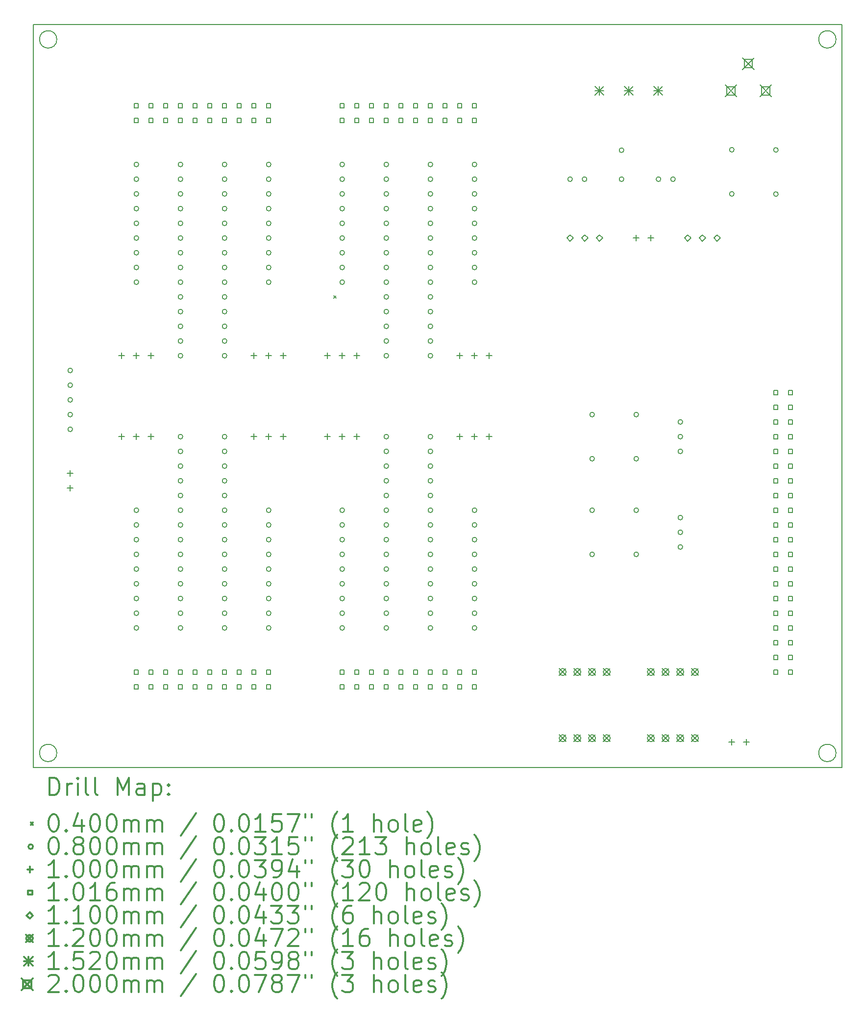
<source format=gbr>
%FSLAX45Y45*%
G04 Gerber Fmt 4.5, Leading zero omitted, Abs format (unit mm)*
G04 Created by KiCad (PCBNEW (5.1.10)-1) date 2021-10-12 11:26:06*
%MOMM*%
%LPD*%
G01*
G04 APERTURE LIST*
%TA.AperFunction,Profile*%
%ADD10C,0.150000*%
%TD*%
%ADD11C,0.200000*%
%ADD12C,0.300000*%
G04 APERTURE END LIST*
D10*
X24915000Y-3429000D02*
G75*
G03*
X24915000Y-3429000I-150000J0D01*
G01*
X24915000Y-15748000D02*
G75*
G03*
X24915000Y-15748000I-150000J0D01*
G01*
X11453000Y-15748000D02*
G75*
G03*
X11453000Y-15748000I-150000J0D01*
G01*
X11453000Y-3429000D02*
G75*
G03*
X11453000Y-3429000I-150000J0D01*
G01*
X11049000Y-16002000D02*
X11049000Y-3175000D01*
X25019000Y-16002000D02*
X11049000Y-16002000D01*
X25019000Y-3175000D02*
X25019000Y-16002000D01*
X11049000Y-3175000D02*
X25019000Y-3175000D01*
D11*
X16236000Y-7854000D02*
X16276000Y-7894000D01*
X16276000Y-7854000D02*
X16236000Y-7894000D01*
X11724000Y-9144000D02*
G75*
G03*
X11724000Y-9144000I-40000J0D01*
G01*
X11724000Y-9398000D02*
G75*
G03*
X11724000Y-9398000I-40000J0D01*
G01*
X11724000Y-9652000D02*
G75*
G03*
X11724000Y-9652000I-40000J0D01*
G01*
X11724000Y-9906000D02*
G75*
G03*
X11724000Y-9906000I-40000J0D01*
G01*
X11724000Y-10160000D02*
G75*
G03*
X11724000Y-10160000I-40000J0D01*
G01*
X12867000Y-5588000D02*
G75*
G03*
X12867000Y-5588000I-40000J0D01*
G01*
X12867000Y-5842000D02*
G75*
G03*
X12867000Y-5842000I-40000J0D01*
G01*
X12867000Y-6096000D02*
G75*
G03*
X12867000Y-6096000I-40000J0D01*
G01*
X12867000Y-6350000D02*
G75*
G03*
X12867000Y-6350000I-40000J0D01*
G01*
X12867000Y-6604000D02*
G75*
G03*
X12867000Y-6604000I-40000J0D01*
G01*
X12867000Y-6858000D02*
G75*
G03*
X12867000Y-6858000I-40000J0D01*
G01*
X12867000Y-7112000D02*
G75*
G03*
X12867000Y-7112000I-40000J0D01*
G01*
X12867000Y-7366000D02*
G75*
G03*
X12867000Y-7366000I-40000J0D01*
G01*
X12867000Y-7620000D02*
G75*
G03*
X12867000Y-7620000I-40000J0D01*
G01*
X12867000Y-11557000D02*
G75*
G03*
X12867000Y-11557000I-40000J0D01*
G01*
X12867000Y-11811000D02*
G75*
G03*
X12867000Y-11811000I-40000J0D01*
G01*
X12867000Y-12065000D02*
G75*
G03*
X12867000Y-12065000I-40000J0D01*
G01*
X12867000Y-12319000D02*
G75*
G03*
X12867000Y-12319000I-40000J0D01*
G01*
X12867000Y-12573000D02*
G75*
G03*
X12867000Y-12573000I-40000J0D01*
G01*
X12867000Y-12827000D02*
G75*
G03*
X12867000Y-12827000I-40000J0D01*
G01*
X12867000Y-13081000D02*
G75*
G03*
X12867000Y-13081000I-40000J0D01*
G01*
X12867000Y-13335000D02*
G75*
G03*
X12867000Y-13335000I-40000J0D01*
G01*
X12867000Y-13589000D02*
G75*
G03*
X12867000Y-13589000I-40000J0D01*
G01*
X13629000Y-5588000D02*
G75*
G03*
X13629000Y-5588000I-40000J0D01*
G01*
X13629000Y-5842000D02*
G75*
G03*
X13629000Y-5842000I-40000J0D01*
G01*
X13629000Y-6096000D02*
G75*
G03*
X13629000Y-6096000I-40000J0D01*
G01*
X13629000Y-6350000D02*
G75*
G03*
X13629000Y-6350000I-40000J0D01*
G01*
X13629000Y-6604000D02*
G75*
G03*
X13629000Y-6604000I-40000J0D01*
G01*
X13629000Y-6858000D02*
G75*
G03*
X13629000Y-6858000I-40000J0D01*
G01*
X13629000Y-7112000D02*
G75*
G03*
X13629000Y-7112000I-40000J0D01*
G01*
X13629000Y-7366000D02*
G75*
G03*
X13629000Y-7366000I-40000J0D01*
G01*
X13629000Y-7620000D02*
G75*
G03*
X13629000Y-7620000I-40000J0D01*
G01*
X13629000Y-7874000D02*
G75*
G03*
X13629000Y-7874000I-40000J0D01*
G01*
X13629000Y-8128000D02*
G75*
G03*
X13629000Y-8128000I-40000J0D01*
G01*
X13629000Y-8382000D02*
G75*
G03*
X13629000Y-8382000I-40000J0D01*
G01*
X13629000Y-8636000D02*
G75*
G03*
X13629000Y-8636000I-40000J0D01*
G01*
X13629000Y-8890000D02*
G75*
G03*
X13629000Y-8890000I-40000J0D01*
G01*
X13629000Y-10287000D02*
G75*
G03*
X13629000Y-10287000I-40000J0D01*
G01*
X13629000Y-10541000D02*
G75*
G03*
X13629000Y-10541000I-40000J0D01*
G01*
X13629000Y-10795000D02*
G75*
G03*
X13629000Y-10795000I-40000J0D01*
G01*
X13629000Y-11049000D02*
G75*
G03*
X13629000Y-11049000I-40000J0D01*
G01*
X13629000Y-11303000D02*
G75*
G03*
X13629000Y-11303000I-40000J0D01*
G01*
X13629000Y-11557000D02*
G75*
G03*
X13629000Y-11557000I-40000J0D01*
G01*
X13629000Y-11811000D02*
G75*
G03*
X13629000Y-11811000I-40000J0D01*
G01*
X13629000Y-12065000D02*
G75*
G03*
X13629000Y-12065000I-40000J0D01*
G01*
X13629000Y-12319000D02*
G75*
G03*
X13629000Y-12319000I-40000J0D01*
G01*
X13629000Y-12573000D02*
G75*
G03*
X13629000Y-12573000I-40000J0D01*
G01*
X13629000Y-12827000D02*
G75*
G03*
X13629000Y-12827000I-40000J0D01*
G01*
X13629000Y-13081000D02*
G75*
G03*
X13629000Y-13081000I-40000J0D01*
G01*
X13629000Y-13335000D02*
G75*
G03*
X13629000Y-13335000I-40000J0D01*
G01*
X13629000Y-13589000D02*
G75*
G03*
X13629000Y-13589000I-40000J0D01*
G01*
X14391000Y-5588000D02*
G75*
G03*
X14391000Y-5588000I-40000J0D01*
G01*
X14391000Y-5842000D02*
G75*
G03*
X14391000Y-5842000I-40000J0D01*
G01*
X14391000Y-6096000D02*
G75*
G03*
X14391000Y-6096000I-40000J0D01*
G01*
X14391000Y-6350000D02*
G75*
G03*
X14391000Y-6350000I-40000J0D01*
G01*
X14391000Y-6604000D02*
G75*
G03*
X14391000Y-6604000I-40000J0D01*
G01*
X14391000Y-6858000D02*
G75*
G03*
X14391000Y-6858000I-40000J0D01*
G01*
X14391000Y-7112000D02*
G75*
G03*
X14391000Y-7112000I-40000J0D01*
G01*
X14391000Y-7366000D02*
G75*
G03*
X14391000Y-7366000I-40000J0D01*
G01*
X14391000Y-7620000D02*
G75*
G03*
X14391000Y-7620000I-40000J0D01*
G01*
X14391000Y-7874000D02*
G75*
G03*
X14391000Y-7874000I-40000J0D01*
G01*
X14391000Y-8128000D02*
G75*
G03*
X14391000Y-8128000I-40000J0D01*
G01*
X14391000Y-8382000D02*
G75*
G03*
X14391000Y-8382000I-40000J0D01*
G01*
X14391000Y-8636000D02*
G75*
G03*
X14391000Y-8636000I-40000J0D01*
G01*
X14391000Y-8890000D02*
G75*
G03*
X14391000Y-8890000I-40000J0D01*
G01*
X14391000Y-10287000D02*
G75*
G03*
X14391000Y-10287000I-40000J0D01*
G01*
X14391000Y-10541000D02*
G75*
G03*
X14391000Y-10541000I-40000J0D01*
G01*
X14391000Y-10795000D02*
G75*
G03*
X14391000Y-10795000I-40000J0D01*
G01*
X14391000Y-11049000D02*
G75*
G03*
X14391000Y-11049000I-40000J0D01*
G01*
X14391000Y-11303000D02*
G75*
G03*
X14391000Y-11303000I-40000J0D01*
G01*
X14391000Y-11557000D02*
G75*
G03*
X14391000Y-11557000I-40000J0D01*
G01*
X14391000Y-11811000D02*
G75*
G03*
X14391000Y-11811000I-40000J0D01*
G01*
X14391000Y-12065000D02*
G75*
G03*
X14391000Y-12065000I-40000J0D01*
G01*
X14391000Y-12319000D02*
G75*
G03*
X14391000Y-12319000I-40000J0D01*
G01*
X14391000Y-12573000D02*
G75*
G03*
X14391000Y-12573000I-40000J0D01*
G01*
X14391000Y-12827000D02*
G75*
G03*
X14391000Y-12827000I-40000J0D01*
G01*
X14391000Y-13081000D02*
G75*
G03*
X14391000Y-13081000I-40000J0D01*
G01*
X14391000Y-13335000D02*
G75*
G03*
X14391000Y-13335000I-40000J0D01*
G01*
X14391000Y-13589000D02*
G75*
G03*
X14391000Y-13589000I-40000J0D01*
G01*
X15153000Y-5588000D02*
G75*
G03*
X15153000Y-5588000I-40000J0D01*
G01*
X15153000Y-5842000D02*
G75*
G03*
X15153000Y-5842000I-40000J0D01*
G01*
X15153000Y-6096000D02*
G75*
G03*
X15153000Y-6096000I-40000J0D01*
G01*
X15153000Y-6350000D02*
G75*
G03*
X15153000Y-6350000I-40000J0D01*
G01*
X15153000Y-6604000D02*
G75*
G03*
X15153000Y-6604000I-40000J0D01*
G01*
X15153000Y-6858000D02*
G75*
G03*
X15153000Y-6858000I-40000J0D01*
G01*
X15153000Y-7112000D02*
G75*
G03*
X15153000Y-7112000I-40000J0D01*
G01*
X15153000Y-7366000D02*
G75*
G03*
X15153000Y-7366000I-40000J0D01*
G01*
X15153000Y-7620000D02*
G75*
G03*
X15153000Y-7620000I-40000J0D01*
G01*
X15153000Y-11557000D02*
G75*
G03*
X15153000Y-11557000I-40000J0D01*
G01*
X15153000Y-11811000D02*
G75*
G03*
X15153000Y-11811000I-40000J0D01*
G01*
X15153000Y-12065000D02*
G75*
G03*
X15153000Y-12065000I-40000J0D01*
G01*
X15153000Y-12319000D02*
G75*
G03*
X15153000Y-12319000I-40000J0D01*
G01*
X15153000Y-12573000D02*
G75*
G03*
X15153000Y-12573000I-40000J0D01*
G01*
X15153000Y-12827000D02*
G75*
G03*
X15153000Y-12827000I-40000J0D01*
G01*
X15153000Y-13081000D02*
G75*
G03*
X15153000Y-13081000I-40000J0D01*
G01*
X15153000Y-13335000D02*
G75*
G03*
X15153000Y-13335000I-40000J0D01*
G01*
X15153000Y-13589000D02*
G75*
G03*
X15153000Y-13589000I-40000J0D01*
G01*
X16423000Y-5588000D02*
G75*
G03*
X16423000Y-5588000I-40000J0D01*
G01*
X16423000Y-5842000D02*
G75*
G03*
X16423000Y-5842000I-40000J0D01*
G01*
X16423000Y-6096000D02*
G75*
G03*
X16423000Y-6096000I-40000J0D01*
G01*
X16423000Y-6350000D02*
G75*
G03*
X16423000Y-6350000I-40000J0D01*
G01*
X16423000Y-6604000D02*
G75*
G03*
X16423000Y-6604000I-40000J0D01*
G01*
X16423000Y-6858000D02*
G75*
G03*
X16423000Y-6858000I-40000J0D01*
G01*
X16423000Y-7112000D02*
G75*
G03*
X16423000Y-7112000I-40000J0D01*
G01*
X16423000Y-7366000D02*
G75*
G03*
X16423000Y-7366000I-40000J0D01*
G01*
X16423000Y-7620000D02*
G75*
G03*
X16423000Y-7620000I-40000J0D01*
G01*
X16423000Y-11557000D02*
G75*
G03*
X16423000Y-11557000I-40000J0D01*
G01*
X16423000Y-11811000D02*
G75*
G03*
X16423000Y-11811000I-40000J0D01*
G01*
X16423000Y-12065000D02*
G75*
G03*
X16423000Y-12065000I-40000J0D01*
G01*
X16423000Y-12319000D02*
G75*
G03*
X16423000Y-12319000I-40000J0D01*
G01*
X16423000Y-12573000D02*
G75*
G03*
X16423000Y-12573000I-40000J0D01*
G01*
X16423000Y-12827000D02*
G75*
G03*
X16423000Y-12827000I-40000J0D01*
G01*
X16423000Y-13081000D02*
G75*
G03*
X16423000Y-13081000I-40000J0D01*
G01*
X16423000Y-13335000D02*
G75*
G03*
X16423000Y-13335000I-40000J0D01*
G01*
X16423000Y-13589000D02*
G75*
G03*
X16423000Y-13589000I-40000J0D01*
G01*
X17185000Y-5588000D02*
G75*
G03*
X17185000Y-5588000I-40000J0D01*
G01*
X17185000Y-5842000D02*
G75*
G03*
X17185000Y-5842000I-40000J0D01*
G01*
X17185000Y-6096000D02*
G75*
G03*
X17185000Y-6096000I-40000J0D01*
G01*
X17185000Y-6350000D02*
G75*
G03*
X17185000Y-6350000I-40000J0D01*
G01*
X17185000Y-6604000D02*
G75*
G03*
X17185000Y-6604000I-40000J0D01*
G01*
X17185000Y-6858000D02*
G75*
G03*
X17185000Y-6858000I-40000J0D01*
G01*
X17185000Y-7112000D02*
G75*
G03*
X17185000Y-7112000I-40000J0D01*
G01*
X17185000Y-7366000D02*
G75*
G03*
X17185000Y-7366000I-40000J0D01*
G01*
X17185000Y-7620000D02*
G75*
G03*
X17185000Y-7620000I-40000J0D01*
G01*
X17185000Y-7874000D02*
G75*
G03*
X17185000Y-7874000I-40000J0D01*
G01*
X17185000Y-8128000D02*
G75*
G03*
X17185000Y-8128000I-40000J0D01*
G01*
X17185000Y-8382000D02*
G75*
G03*
X17185000Y-8382000I-40000J0D01*
G01*
X17185000Y-8636000D02*
G75*
G03*
X17185000Y-8636000I-40000J0D01*
G01*
X17185000Y-8890000D02*
G75*
G03*
X17185000Y-8890000I-40000J0D01*
G01*
X17185000Y-10287000D02*
G75*
G03*
X17185000Y-10287000I-40000J0D01*
G01*
X17185000Y-10541000D02*
G75*
G03*
X17185000Y-10541000I-40000J0D01*
G01*
X17185000Y-10795000D02*
G75*
G03*
X17185000Y-10795000I-40000J0D01*
G01*
X17185000Y-11049000D02*
G75*
G03*
X17185000Y-11049000I-40000J0D01*
G01*
X17185000Y-11303000D02*
G75*
G03*
X17185000Y-11303000I-40000J0D01*
G01*
X17185000Y-11557000D02*
G75*
G03*
X17185000Y-11557000I-40000J0D01*
G01*
X17185000Y-11811000D02*
G75*
G03*
X17185000Y-11811000I-40000J0D01*
G01*
X17185000Y-12065000D02*
G75*
G03*
X17185000Y-12065000I-40000J0D01*
G01*
X17185000Y-12319000D02*
G75*
G03*
X17185000Y-12319000I-40000J0D01*
G01*
X17185000Y-12573000D02*
G75*
G03*
X17185000Y-12573000I-40000J0D01*
G01*
X17185000Y-12827000D02*
G75*
G03*
X17185000Y-12827000I-40000J0D01*
G01*
X17185000Y-13081000D02*
G75*
G03*
X17185000Y-13081000I-40000J0D01*
G01*
X17185000Y-13335000D02*
G75*
G03*
X17185000Y-13335000I-40000J0D01*
G01*
X17185000Y-13589000D02*
G75*
G03*
X17185000Y-13589000I-40000J0D01*
G01*
X17947000Y-5588000D02*
G75*
G03*
X17947000Y-5588000I-40000J0D01*
G01*
X17947000Y-5842000D02*
G75*
G03*
X17947000Y-5842000I-40000J0D01*
G01*
X17947000Y-6096000D02*
G75*
G03*
X17947000Y-6096000I-40000J0D01*
G01*
X17947000Y-6350000D02*
G75*
G03*
X17947000Y-6350000I-40000J0D01*
G01*
X17947000Y-6604000D02*
G75*
G03*
X17947000Y-6604000I-40000J0D01*
G01*
X17947000Y-6858000D02*
G75*
G03*
X17947000Y-6858000I-40000J0D01*
G01*
X17947000Y-7112000D02*
G75*
G03*
X17947000Y-7112000I-40000J0D01*
G01*
X17947000Y-7366000D02*
G75*
G03*
X17947000Y-7366000I-40000J0D01*
G01*
X17947000Y-7620000D02*
G75*
G03*
X17947000Y-7620000I-40000J0D01*
G01*
X17947000Y-7874000D02*
G75*
G03*
X17947000Y-7874000I-40000J0D01*
G01*
X17947000Y-8128000D02*
G75*
G03*
X17947000Y-8128000I-40000J0D01*
G01*
X17947000Y-8382000D02*
G75*
G03*
X17947000Y-8382000I-40000J0D01*
G01*
X17947000Y-8636000D02*
G75*
G03*
X17947000Y-8636000I-40000J0D01*
G01*
X17947000Y-8890000D02*
G75*
G03*
X17947000Y-8890000I-40000J0D01*
G01*
X17947000Y-10287000D02*
G75*
G03*
X17947000Y-10287000I-40000J0D01*
G01*
X17947000Y-10541000D02*
G75*
G03*
X17947000Y-10541000I-40000J0D01*
G01*
X17947000Y-10795000D02*
G75*
G03*
X17947000Y-10795000I-40000J0D01*
G01*
X17947000Y-11049000D02*
G75*
G03*
X17947000Y-11049000I-40000J0D01*
G01*
X17947000Y-11303000D02*
G75*
G03*
X17947000Y-11303000I-40000J0D01*
G01*
X17947000Y-11557000D02*
G75*
G03*
X17947000Y-11557000I-40000J0D01*
G01*
X17947000Y-11811000D02*
G75*
G03*
X17947000Y-11811000I-40000J0D01*
G01*
X17947000Y-12065000D02*
G75*
G03*
X17947000Y-12065000I-40000J0D01*
G01*
X17947000Y-12319000D02*
G75*
G03*
X17947000Y-12319000I-40000J0D01*
G01*
X17947000Y-12573000D02*
G75*
G03*
X17947000Y-12573000I-40000J0D01*
G01*
X17947000Y-12827000D02*
G75*
G03*
X17947000Y-12827000I-40000J0D01*
G01*
X17947000Y-13081000D02*
G75*
G03*
X17947000Y-13081000I-40000J0D01*
G01*
X17947000Y-13335000D02*
G75*
G03*
X17947000Y-13335000I-40000J0D01*
G01*
X17947000Y-13589000D02*
G75*
G03*
X17947000Y-13589000I-40000J0D01*
G01*
X18709000Y-5588000D02*
G75*
G03*
X18709000Y-5588000I-40000J0D01*
G01*
X18709000Y-5842000D02*
G75*
G03*
X18709000Y-5842000I-40000J0D01*
G01*
X18709000Y-6096000D02*
G75*
G03*
X18709000Y-6096000I-40000J0D01*
G01*
X18709000Y-6350000D02*
G75*
G03*
X18709000Y-6350000I-40000J0D01*
G01*
X18709000Y-6604000D02*
G75*
G03*
X18709000Y-6604000I-40000J0D01*
G01*
X18709000Y-6858000D02*
G75*
G03*
X18709000Y-6858000I-40000J0D01*
G01*
X18709000Y-7112000D02*
G75*
G03*
X18709000Y-7112000I-40000J0D01*
G01*
X18709000Y-7366000D02*
G75*
G03*
X18709000Y-7366000I-40000J0D01*
G01*
X18709000Y-7620000D02*
G75*
G03*
X18709000Y-7620000I-40000J0D01*
G01*
X18709000Y-11557000D02*
G75*
G03*
X18709000Y-11557000I-40000J0D01*
G01*
X18709000Y-11811000D02*
G75*
G03*
X18709000Y-11811000I-40000J0D01*
G01*
X18709000Y-12065000D02*
G75*
G03*
X18709000Y-12065000I-40000J0D01*
G01*
X18709000Y-12319000D02*
G75*
G03*
X18709000Y-12319000I-40000J0D01*
G01*
X18709000Y-12573000D02*
G75*
G03*
X18709000Y-12573000I-40000J0D01*
G01*
X18709000Y-12827000D02*
G75*
G03*
X18709000Y-12827000I-40000J0D01*
G01*
X18709000Y-13081000D02*
G75*
G03*
X18709000Y-13081000I-40000J0D01*
G01*
X18709000Y-13335000D02*
G75*
G03*
X18709000Y-13335000I-40000J0D01*
G01*
X18709000Y-13589000D02*
G75*
G03*
X18709000Y-13589000I-40000J0D01*
G01*
X20360000Y-5842000D02*
G75*
G03*
X20360000Y-5842000I-40000J0D01*
G01*
X20610000Y-5842000D02*
G75*
G03*
X20610000Y-5842000I-40000J0D01*
G01*
X20741000Y-9906000D02*
G75*
G03*
X20741000Y-9906000I-40000J0D01*
G01*
X20741000Y-10668000D02*
G75*
G03*
X20741000Y-10668000I-40000J0D01*
G01*
X20741000Y-11557000D02*
G75*
G03*
X20741000Y-11557000I-40000J0D01*
G01*
X20741000Y-12319000D02*
G75*
G03*
X20741000Y-12319000I-40000J0D01*
G01*
X21249000Y-5342000D02*
G75*
G03*
X21249000Y-5342000I-40000J0D01*
G01*
X21249000Y-5842000D02*
G75*
G03*
X21249000Y-5842000I-40000J0D01*
G01*
X21503000Y-9906000D02*
G75*
G03*
X21503000Y-9906000I-40000J0D01*
G01*
X21503000Y-10668000D02*
G75*
G03*
X21503000Y-10668000I-40000J0D01*
G01*
X21503000Y-11557000D02*
G75*
G03*
X21503000Y-11557000I-40000J0D01*
G01*
X21503000Y-12319000D02*
G75*
G03*
X21503000Y-12319000I-40000J0D01*
G01*
X21888000Y-5842000D02*
G75*
G03*
X21888000Y-5842000I-40000J0D01*
G01*
X22138000Y-5842000D02*
G75*
G03*
X22138000Y-5842000I-40000J0D01*
G01*
X22265000Y-10033000D02*
G75*
G03*
X22265000Y-10033000I-40000J0D01*
G01*
X22265000Y-10287000D02*
G75*
G03*
X22265000Y-10287000I-40000J0D01*
G01*
X22265000Y-10541000D02*
G75*
G03*
X22265000Y-10541000I-40000J0D01*
G01*
X22265000Y-11684000D02*
G75*
G03*
X22265000Y-11684000I-40000J0D01*
G01*
X22265000Y-11938000D02*
G75*
G03*
X22265000Y-11938000I-40000J0D01*
G01*
X22265000Y-12192000D02*
G75*
G03*
X22265000Y-12192000I-40000J0D01*
G01*
X23154000Y-5334000D02*
G75*
G03*
X23154000Y-5334000I-40000J0D01*
G01*
X23154000Y-6096000D02*
G75*
G03*
X23154000Y-6096000I-40000J0D01*
G01*
X23916000Y-5338000D02*
G75*
G03*
X23916000Y-5338000I-40000J0D01*
G01*
X23916000Y-6100000D02*
G75*
G03*
X23916000Y-6100000I-40000J0D01*
G01*
X11684000Y-10872000D02*
X11684000Y-10972000D01*
X11634000Y-10922000D02*
X11734000Y-10922000D01*
X11684000Y-11126000D02*
X11684000Y-11226000D01*
X11634000Y-11176000D02*
X11734000Y-11176000D01*
X12573000Y-8840000D02*
X12573000Y-8940000D01*
X12523000Y-8890000D02*
X12623000Y-8890000D01*
X12573000Y-10237000D02*
X12573000Y-10337000D01*
X12523000Y-10287000D02*
X12623000Y-10287000D01*
X12827000Y-8840000D02*
X12827000Y-8940000D01*
X12777000Y-8890000D02*
X12877000Y-8890000D01*
X12827000Y-10237000D02*
X12827000Y-10337000D01*
X12777000Y-10287000D02*
X12877000Y-10287000D01*
X13081000Y-8840000D02*
X13081000Y-8940000D01*
X13031000Y-8890000D02*
X13131000Y-8890000D01*
X13081000Y-10237000D02*
X13081000Y-10337000D01*
X13031000Y-10287000D02*
X13131000Y-10287000D01*
X14859000Y-8840000D02*
X14859000Y-8940000D01*
X14809000Y-8890000D02*
X14909000Y-8890000D01*
X14859000Y-10237000D02*
X14859000Y-10337000D01*
X14809000Y-10287000D02*
X14909000Y-10287000D01*
X15113000Y-8840000D02*
X15113000Y-8940000D01*
X15063000Y-8890000D02*
X15163000Y-8890000D01*
X15113000Y-10237000D02*
X15113000Y-10337000D01*
X15063000Y-10287000D02*
X15163000Y-10287000D01*
X15367000Y-8840000D02*
X15367000Y-8940000D01*
X15317000Y-8890000D02*
X15417000Y-8890000D01*
X15367000Y-10237000D02*
X15367000Y-10337000D01*
X15317000Y-10287000D02*
X15417000Y-10287000D01*
X16129000Y-8840000D02*
X16129000Y-8940000D01*
X16079000Y-8890000D02*
X16179000Y-8890000D01*
X16129000Y-10237000D02*
X16129000Y-10337000D01*
X16079000Y-10287000D02*
X16179000Y-10287000D01*
X16383000Y-8840000D02*
X16383000Y-8940000D01*
X16333000Y-8890000D02*
X16433000Y-8890000D01*
X16383000Y-10237000D02*
X16383000Y-10337000D01*
X16333000Y-10287000D02*
X16433000Y-10287000D01*
X16637000Y-8840000D02*
X16637000Y-8940000D01*
X16587000Y-8890000D02*
X16687000Y-8890000D01*
X16637000Y-10237000D02*
X16637000Y-10337000D01*
X16587000Y-10287000D02*
X16687000Y-10287000D01*
X18415000Y-8840000D02*
X18415000Y-8940000D01*
X18365000Y-8890000D02*
X18465000Y-8890000D01*
X18415000Y-10237000D02*
X18415000Y-10337000D01*
X18365000Y-10287000D02*
X18465000Y-10287000D01*
X18669000Y-8840000D02*
X18669000Y-8940000D01*
X18619000Y-8890000D02*
X18719000Y-8890000D01*
X18669000Y-10237000D02*
X18669000Y-10337000D01*
X18619000Y-10287000D02*
X18719000Y-10287000D01*
X18923000Y-8840000D02*
X18923000Y-8940000D01*
X18873000Y-8890000D02*
X18973000Y-8890000D01*
X18923000Y-10237000D02*
X18923000Y-10337000D01*
X18873000Y-10287000D02*
X18973000Y-10287000D01*
X21463000Y-6808000D02*
X21463000Y-6908000D01*
X21413000Y-6858000D02*
X21513000Y-6858000D01*
X21717000Y-6808000D02*
X21717000Y-6908000D01*
X21667000Y-6858000D02*
X21767000Y-6858000D01*
X23114000Y-15507500D02*
X23114000Y-15607500D01*
X23064000Y-15557500D02*
X23164000Y-15557500D01*
X23368000Y-15507500D02*
X23368000Y-15607500D01*
X23318000Y-15557500D02*
X23418000Y-15557500D01*
X12862921Y-4607921D02*
X12862921Y-4536079D01*
X12791079Y-4536079D01*
X12791079Y-4607921D01*
X12862921Y-4607921D01*
X12862921Y-4861921D02*
X12862921Y-4790079D01*
X12791079Y-4790079D01*
X12791079Y-4861921D01*
X12862921Y-4861921D01*
X12862921Y-14386921D02*
X12862921Y-14315079D01*
X12791079Y-14315079D01*
X12791079Y-14386921D01*
X12862921Y-14386921D01*
X12862921Y-14640921D02*
X12862921Y-14569079D01*
X12791079Y-14569079D01*
X12791079Y-14640921D01*
X12862921Y-14640921D01*
X13116921Y-4607921D02*
X13116921Y-4536079D01*
X13045079Y-4536079D01*
X13045079Y-4607921D01*
X13116921Y-4607921D01*
X13116921Y-4861921D02*
X13116921Y-4790079D01*
X13045079Y-4790079D01*
X13045079Y-4861921D01*
X13116921Y-4861921D01*
X13116921Y-14386921D02*
X13116921Y-14315079D01*
X13045079Y-14315079D01*
X13045079Y-14386921D01*
X13116921Y-14386921D01*
X13116921Y-14640921D02*
X13116921Y-14569079D01*
X13045079Y-14569079D01*
X13045079Y-14640921D01*
X13116921Y-14640921D01*
X13370921Y-4607921D02*
X13370921Y-4536079D01*
X13299079Y-4536079D01*
X13299079Y-4607921D01*
X13370921Y-4607921D01*
X13370921Y-4861921D02*
X13370921Y-4790079D01*
X13299079Y-4790079D01*
X13299079Y-4861921D01*
X13370921Y-4861921D01*
X13370921Y-14386921D02*
X13370921Y-14315079D01*
X13299079Y-14315079D01*
X13299079Y-14386921D01*
X13370921Y-14386921D01*
X13370921Y-14640921D02*
X13370921Y-14569079D01*
X13299079Y-14569079D01*
X13299079Y-14640921D01*
X13370921Y-14640921D01*
X13624921Y-4607921D02*
X13624921Y-4536079D01*
X13553079Y-4536079D01*
X13553079Y-4607921D01*
X13624921Y-4607921D01*
X13624921Y-4861921D02*
X13624921Y-4790079D01*
X13553079Y-4790079D01*
X13553079Y-4861921D01*
X13624921Y-4861921D01*
X13624921Y-14386921D02*
X13624921Y-14315079D01*
X13553079Y-14315079D01*
X13553079Y-14386921D01*
X13624921Y-14386921D01*
X13624921Y-14640921D02*
X13624921Y-14569079D01*
X13553079Y-14569079D01*
X13553079Y-14640921D01*
X13624921Y-14640921D01*
X13878921Y-4607921D02*
X13878921Y-4536079D01*
X13807079Y-4536079D01*
X13807079Y-4607921D01*
X13878921Y-4607921D01*
X13878921Y-4861921D02*
X13878921Y-4790079D01*
X13807079Y-4790079D01*
X13807079Y-4861921D01*
X13878921Y-4861921D01*
X13878921Y-14386921D02*
X13878921Y-14315079D01*
X13807079Y-14315079D01*
X13807079Y-14386921D01*
X13878921Y-14386921D01*
X13878921Y-14640921D02*
X13878921Y-14569079D01*
X13807079Y-14569079D01*
X13807079Y-14640921D01*
X13878921Y-14640921D01*
X14132921Y-4607921D02*
X14132921Y-4536079D01*
X14061079Y-4536079D01*
X14061079Y-4607921D01*
X14132921Y-4607921D01*
X14132921Y-4861921D02*
X14132921Y-4790079D01*
X14061079Y-4790079D01*
X14061079Y-4861921D01*
X14132921Y-4861921D01*
X14132921Y-14386921D02*
X14132921Y-14315079D01*
X14061079Y-14315079D01*
X14061079Y-14386921D01*
X14132921Y-14386921D01*
X14132921Y-14640921D02*
X14132921Y-14569079D01*
X14061079Y-14569079D01*
X14061079Y-14640921D01*
X14132921Y-14640921D01*
X14386921Y-4607921D02*
X14386921Y-4536079D01*
X14315079Y-4536079D01*
X14315079Y-4607921D01*
X14386921Y-4607921D01*
X14386921Y-4861921D02*
X14386921Y-4790079D01*
X14315079Y-4790079D01*
X14315079Y-4861921D01*
X14386921Y-4861921D01*
X14386921Y-14386921D02*
X14386921Y-14315079D01*
X14315079Y-14315079D01*
X14315079Y-14386921D01*
X14386921Y-14386921D01*
X14386921Y-14640921D02*
X14386921Y-14569079D01*
X14315079Y-14569079D01*
X14315079Y-14640921D01*
X14386921Y-14640921D01*
X14640921Y-4607921D02*
X14640921Y-4536079D01*
X14569079Y-4536079D01*
X14569079Y-4607921D01*
X14640921Y-4607921D01*
X14640921Y-4861921D02*
X14640921Y-4790079D01*
X14569079Y-4790079D01*
X14569079Y-4861921D01*
X14640921Y-4861921D01*
X14640921Y-14386921D02*
X14640921Y-14315079D01*
X14569079Y-14315079D01*
X14569079Y-14386921D01*
X14640921Y-14386921D01*
X14640921Y-14640921D02*
X14640921Y-14569079D01*
X14569079Y-14569079D01*
X14569079Y-14640921D01*
X14640921Y-14640921D01*
X14894921Y-4607921D02*
X14894921Y-4536079D01*
X14823079Y-4536079D01*
X14823079Y-4607921D01*
X14894921Y-4607921D01*
X14894921Y-4861921D02*
X14894921Y-4790079D01*
X14823079Y-4790079D01*
X14823079Y-4861921D01*
X14894921Y-4861921D01*
X14894921Y-14386921D02*
X14894921Y-14315079D01*
X14823079Y-14315079D01*
X14823079Y-14386921D01*
X14894921Y-14386921D01*
X14894921Y-14640921D02*
X14894921Y-14569079D01*
X14823079Y-14569079D01*
X14823079Y-14640921D01*
X14894921Y-14640921D01*
X15148921Y-4607921D02*
X15148921Y-4536079D01*
X15077079Y-4536079D01*
X15077079Y-4607921D01*
X15148921Y-4607921D01*
X15148921Y-4861921D02*
X15148921Y-4790079D01*
X15077079Y-4790079D01*
X15077079Y-4861921D01*
X15148921Y-4861921D01*
X15148921Y-14386921D02*
X15148921Y-14315079D01*
X15077079Y-14315079D01*
X15077079Y-14386921D01*
X15148921Y-14386921D01*
X15148921Y-14640921D02*
X15148921Y-14569079D01*
X15077079Y-14569079D01*
X15077079Y-14640921D01*
X15148921Y-14640921D01*
X16418921Y-4607921D02*
X16418921Y-4536079D01*
X16347079Y-4536079D01*
X16347079Y-4607921D01*
X16418921Y-4607921D01*
X16418921Y-4861921D02*
X16418921Y-4790079D01*
X16347079Y-4790079D01*
X16347079Y-4861921D01*
X16418921Y-4861921D01*
X16418921Y-14386921D02*
X16418921Y-14315079D01*
X16347079Y-14315079D01*
X16347079Y-14386921D01*
X16418921Y-14386921D01*
X16418921Y-14640921D02*
X16418921Y-14569079D01*
X16347079Y-14569079D01*
X16347079Y-14640921D01*
X16418921Y-14640921D01*
X16672921Y-4607921D02*
X16672921Y-4536079D01*
X16601079Y-4536079D01*
X16601079Y-4607921D01*
X16672921Y-4607921D01*
X16672921Y-4861921D02*
X16672921Y-4790079D01*
X16601079Y-4790079D01*
X16601079Y-4861921D01*
X16672921Y-4861921D01*
X16672921Y-14386921D02*
X16672921Y-14315079D01*
X16601079Y-14315079D01*
X16601079Y-14386921D01*
X16672921Y-14386921D01*
X16672921Y-14640921D02*
X16672921Y-14569079D01*
X16601079Y-14569079D01*
X16601079Y-14640921D01*
X16672921Y-14640921D01*
X16926921Y-4607921D02*
X16926921Y-4536079D01*
X16855079Y-4536079D01*
X16855079Y-4607921D01*
X16926921Y-4607921D01*
X16926921Y-4861921D02*
X16926921Y-4790079D01*
X16855079Y-4790079D01*
X16855079Y-4861921D01*
X16926921Y-4861921D01*
X16926921Y-14386921D02*
X16926921Y-14315079D01*
X16855079Y-14315079D01*
X16855079Y-14386921D01*
X16926921Y-14386921D01*
X16926921Y-14640921D02*
X16926921Y-14569079D01*
X16855079Y-14569079D01*
X16855079Y-14640921D01*
X16926921Y-14640921D01*
X17180921Y-4607921D02*
X17180921Y-4536079D01*
X17109079Y-4536079D01*
X17109079Y-4607921D01*
X17180921Y-4607921D01*
X17180921Y-4861921D02*
X17180921Y-4790079D01*
X17109079Y-4790079D01*
X17109079Y-4861921D01*
X17180921Y-4861921D01*
X17180921Y-14386921D02*
X17180921Y-14315079D01*
X17109079Y-14315079D01*
X17109079Y-14386921D01*
X17180921Y-14386921D01*
X17180921Y-14640921D02*
X17180921Y-14569079D01*
X17109079Y-14569079D01*
X17109079Y-14640921D01*
X17180921Y-14640921D01*
X17434921Y-4607921D02*
X17434921Y-4536079D01*
X17363079Y-4536079D01*
X17363079Y-4607921D01*
X17434921Y-4607921D01*
X17434921Y-4861921D02*
X17434921Y-4790079D01*
X17363079Y-4790079D01*
X17363079Y-4861921D01*
X17434921Y-4861921D01*
X17434921Y-14386921D02*
X17434921Y-14315079D01*
X17363079Y-14315079D01*
X17363079Y-14386921D01*
X17434921Y-14386921D01*
X17434921Y-14640921D02*
X17434921Y-14569079D01*
X17363079Y-14569079D01*
X17363079Y-14640921D01*
X17434921Y-14640921D01*
X17688921Y-4607921D02*
X17688921Y-4536079D01*
X17617079Y-4536079D01*
X17617079Y-4607921D01*
X17688921Y-4607921D01*
X17688921Y-4861921D02*
X17688921Y-4790079D01*
X17617079Y-4790079D01*
X17617079Y-4861921D01*
X17688921Y-4861921D01*
X17688921Y-14386921D02*
X17688921Y-14315079D01*
X17617079Y-14315079D01*
X17617079Y-14386921D01*
X17688921Y-14386921D01*
X17688921Y-14640921D02*
X17688921Y-14569079D01*
X17617079Y-14569079D01*
X17617079Y-14640921D01*
X17688921Y-14640921D01*
X17942921Y-4607921D02*
X17942921Y-4536079D01*
X17871079Y-4536079D01*
X17871079Y-4607921D01*
X17942921Y-4607921D01*
X17942921Y-4861921D02*
X17942921Y-4790079D01*
X17871079Y-4790079D01*
X17871079Y-4861921D01*
X17942921Y-4861921D01*
X17942921Y-14386921D02*
X17942921Y-14315079D01*
X17871079Y-14315079D01*
X17871079Y-14386921D01*
X17942921Y-14386921D01*
X17942921Y-14640921D02*
X17942921Y-14569079D01*
X17871079Y-14569079D01*
X17871079Y-14640921D01*
X17942921Y-14640921D01*
X18196921Y-4607921D02*
X18196921Y-4536079D01*
X18125079Y-4536079D01*
X18125079Y-4607921D01*
X18196921Y-4607921D01*
X18196921Y-4861921D02*
X18196921Y-4790079D01*
X18125079Y-4790079D01*
X18125079Y-4861921D01*
X18196921Y-4861921D01*
X18196921Y-14386921D02*
X18196921Y-14315079D01*
X18125079Y-14315079D01*
X18125079Y-14386921D01*
X18196921Y-14386921D01*
X18196921Y-14640921D02*
X18196921Y-14569079D01*
X18125079Y-14569079D01*
X18125079Y-14640921D01*
X18196921Y-14640921D01*
X18450921Y-4607921D02*
X18450921Y-4536079D01*
X18379079Y-4536079D01*
X18379079Y-4607921D01*
X18450921Y-4607921D01*
X18450921Y-4861921D02*
X18450921Y-4790079D01*
X18379079Y-4790079D01*
X18379079Y-4861921D01*
X18450921Y-4861921D01*
X18450921Y-14386921D02*
X18450921Y-14315079D01*
X18379079Y-14315079D01*
X18379079Y-14386921D01*
X18450921Y-14386921D01*
X18450921Y-14640921D02*
X18450921Y-14569079D01*
X18379079Y-14569079D01*
X18379079Y-14640921D01*
X18450921Y-14640921D01*
X18704921Y-4607921D02*
X18704921Y-4536079D01*
X18633079Y-4536079D01*
X18633079Y-4607921D01*
X18704921Y-4607921D01*
X18704921Y-4861921D02*
X18704921Y-4790079D01*
X18633079Y-4790079D01*
X18633079Y-4861921D01*
X18704921Y-4861921D01*
X18704921Y-14386921D02*
X18704921Y-14315079D01*
X18633079Y-14315079D01*
X18633079Y-14386921D01*
X18704921Y-14386921D01*
X18704921Y-14640921D02*
X18704921Y-14569079D01*
X18633079Y-14569079D01*
X18633079Y-14640921D01*
X18704921Y-14640921D01*
X23911921Y-9560921D02*
X23911921Y-9489079D01*
X23840079Y-9489079D01*
X23840079Y-9560921D01*
X23911921Y-9560921D01*
X23911921Y-9814921D02*
X23911921Y-9743079D01*
X23840079Y-9743079D01*
X23840079Y-9814921D01*
X23911921Y-9814921D01*
X23911921Y-10068921D02*
X23911921Y-9997079D01*
X23840079Y-9997079D01*
X23840079Y-10068921D01*
X23911921Y-10068921D01*
X23911921Y-10322921D02*
X23911921Y-10251079D01*
X23840079Y-10251079D01*
X23840079Y-10322921D01*
X23911921Y-10322921D01*
X23911921Y-10576921D02*
X23911921Y-10505079D01*
X23840079Y-10505079D01*
X23840079Y-10576921D01*
X23911921Y-10576921D01*
X23911921Y-10830921D02*
X23911921Y-10759079D01*
X23840079Y-10759079D01*
X23840079Y-10830921D01*
X23911921Y-10830921D01*
X23911921Y-11084921D02*
X23911921Y-11013079D01*
X23840079Y-11013079D01*
X23840079Y-11084921D01*
X23911921Y-11084921D01*
X23911921Y-11338921D02*
X23911921Y-11267079D01*
X23840079Y-11267079D01*
X23840079Y-11338921D01*
X23911921Y-11338921D01*
X23911921Y-11592921D02*
X23911921Y-11521079D01*
X23840079Y-11521079D01*
X23840079Y-11592921D01*
X23911921Y-11592921D01*
X23911921Y-11846921D02*
X23911921Y-11775079D01*
X23840079Y-11775079D01*
X23840079Y-11846921D01*
X23911921Y-11846921D01*
X23911921Y-12100921D02*
X23911921Y-12029079D01*
X23840079Y-12029079D01*
X23840079Y-12100921D01*
X23911921Y-12100921D01*
X23911921Y-12354921D02*
X23911921Y-12283079D01*
X23840079Y-12283079D01*
X23840079Y-12354921D01*
X23911921Y-12354921D01*
X23911921Y-12608921D02*
X23911921Y-12537079D01*
X23840079Y-12537079D01*
X23840079Y-12608921D01*
X23911921Y-12608921D01*
X23911921Y-12862921D02*
X23911921Y-12791079D01*
X23840079Y-12791079D01*
X23840079Y-12862921D01*
X23911921Y-12862921D01*
X23911921Y-13116921D02*
X23911921Y-13045079D01*
X23840079Y-13045079D01*
X23840079Y-13116921D01*
X23911921Y-13116921D01*
X23911921Y-13370921D02*
X23911921Y-13299079D01*
X23840079Y-13299079D01*
X23840079Y-13370921D01*
X23911921Y-13370921D01*
X23911921Y-13624921D02*
X23911921Y-13553079D01*
X23840079Y-13553079D01*
X23840079Y-13624921D01*
X23911921Y-13624921D01*
X23911921Y-13878921D02*
X23911921Y-13807079D01*
X23840079Y-13807079D01*
X23840079Y-13878921D01*
X23911921Y-13878921D01*
X23911921Y-14132921D02*
X23911921Y-14061079D01*
X23840079Y-14061079D01*
X23840079Y-14132921D01*
X23911921Y-14132921D01*
X23911921Y-14386921D02*
X23911921Y-14315079D01*
X23840079Y-14315079D01*
X23840079Y-14386921D01*
X23911921Y-14386921D01*
X24165921Y-9560921D02*
X24165921Y-9489079D01*
X24094079Y-9489079D01*
X24094079Y-9560921D01*
X24165921Y-9560921D01*
X24165921Y-9814921D02*
X24165921Y-9743079D01*
X24094079Y-9743079D01*
X24094079Y-9814921D01*
X24165921Y-9814921D01*
X24165921Y-10068921D02*
X24165921Y-9997079D01*
X24094079Y-9997079D01*
X24094079Y-10068921D01*
X24165921Y-10068921D01*
X24165921Y-10322921D02*
X24165921Y-10251079D01*
X24094079Y-10251079D01*
X24094079Y-10322921D01*
X24165921Y-10322921D01*
X24165921Y-10576921D02*
X24165921Y-10505079D01*
X24094079Y-10505079D01*
X24094079Y-10576921D01*
X24165921Y-10576921D01*
X24165921Y-10830921D02*
X24165921Y-10759079D01*
X24094079Y-10759079D01*
X24094079Y-10830921D01*
X24165921Y-10830921D01*
X24165921Y-11084921D02*
X24165921Y-11013079D01*
X24094079Y-11013079D01*
X24094079Y-11084921D01*
X24165921Y-11084921D01*
X24165921Y-11338921D02*
X24165921Y-11267079D01*
X24094079Y-11267079D01*
X24094079Y-11338921D01*
X24165921Y-11338921D01*
X24165921Y-11592921D02*
X24165921Y-11521079D01*
X24094079Y-11521079D01*
X24094079Y-11592921D01*
X24165921Y-11592921D01*
X24165921Y-11846921D02*
X24165921Y-11775079D01*
X24094079Y-11775079D01*
X24094079Y-11846921D01*
X24165921Y-11846921D01*
X24165921Y-12100921D02*
X24165921Y-12029079D01*
X24094079Y-12029079D01*
X24094079Y-12100921D01*
X24165921Y-12100921D01*
X24165921Y-12354921D02*
X24165921Y-12283079D01*
X24094079Y-12283079D01*
X24094079Y-12354921D01*
X24165921Y-12354921D01*
X24165921Y-12608921D02*
X24165921Y-12537079D01*
X24094079Y-12537079D01*
X24094079Y-12608921D01*
X24165921Y-12608921D01*
X24165921Y-12862921D02*
X24165921Y-12791079D01*
X24094079Y-12791079D01*
X24094079Y-12862921D01*
X24165921Y-12862921D01*
X24165921Y-13116921D02*
X24165921Y-13045079D01*
X24094079Y-13045079D01*
X24094079Y-13116921D01*
X24165921Y-13116921D01*
X24165921Y-13370921D02*
X24165921Y-13299079D01*
X24094079Y-13299079D01*
X24094079Y-13370921D01*
X24165921Y-13370921D01*
X24165921Y-13624921D02*
X24165921Y-13553079D01*
X24094079Y-13553079D01*
X24094079Y-13624921D01*
X24165921Y-13624921D01*
X24165921Y-13878921D02*
X24165921Y-13807079D01*
X24094079Y-13807079D01*
X24094079Y-13878921D01*
X24165921Y-13878921D01*
X24165921Y-14132921D02*
X24165921Y-14061079D01*
X24094079Y-14061079D01*
X24094079Y-14132921D01*
X24165921Y-14132921D01*
X24165921Y-14386921D02*
X24165921Y-14315079D01*
X24094079Y-14315079D01*
X24094079Y-14386921D01*
X24165921Y-14386921D01*
X20320000Y-6913000D02*
X20375000Y-6858000D01*
X20320000Y-6803000D01*
X20265000Y-6858000D01*
X20320000Y-6913000D01*
X20574000Y-6913000D02*
X20629000Y-6858000D01*
X20574000Y-6803000D01*
X20519000Y-6858000D01*
X20574000Y-6913000D01*
X20828000Y-6913000D02*
X20883000Y-6858000D01*
X20828000Y-6803000D01*
X20773000Y-6858000D01*
X20828000Y-6913000D01*
X22352000Y-6913000D02*
X22407000Y-6858000D01*
X22352000Y-6803000D01*
X22297000Y-6858000D01*
X22352000Y-6913000D01*
X22606000Y-6913000D02*
X22661000Y-6858000D01*
X22606000Y-6803000D01*
X22551000Y-6858000D01*
X22606000Y-6913000D01*
X22860000Y-6913000D02*
X22915000Y-6858000D01*
X22860000Y-6803000D01*
X22805000Y-6858000D01*
X22860000Y-6913000D01*
X20133000Y-14291000D02*
X20253000Y-14411000D01*
X20253000Y-14291000D02*
X20133000Y-14411000D01*
X20253000Y-14351000D02*
G75*
G03*
X20253000Y-14351000I-60000J0D01*
G01*
X20133000Y-15434000D02*
X20253000Y-15554000D01*
X20253000Y-15434000D02*
X20133000Y-15554000D01*
X20253000Y-15494000D02*
G75*
G03*
X20253000Y-15494000I-60000J0D01*
G01*
X20387000Y-14291000D02*
X20507000Y-14411000D01*
X20507000Y-14291000D02*
X20387000Y-14411000D01*
X20507000Y-14351000D02*
G75*
G03*
X20507000Y-14351000I-60000J0D01*
G01*
X20387000Y-15434000D02*
X20507000Y-15554000D01*
X20507000Y-15434000D02*
X20387000Y-15554000D01*
X20507000Y-15494000D02*
G75*
G03*
X20507000Y-15494000I-60000J0D01*
G01*
X20641000Y-14291000D02*
X20761000Y-14411000D01*
X20761000Y-14291000D02*
X20641000Y-14411000D01*
X20761000Y-14351000D02*
G75*
G03*
X20761000Y-14351000I-60000J0D01*
G01*
X20641000Y-15434000D02*
X20761000Y-15554000D01*
X20761000Y-15434000D02*
X20641000Y-15554000D01*
X20761000Y-15494000D02*
G75*
G03*
X20761000Y-15494000I-60000J0D01*
G01*
X20895000Y-14291000D02*
X21015000Y-14411000D01*
X21015000Y-14291000D02*
X20895000Y-14411000D01*
X21015000Y-14351000D02*
G75*
G03*
X21015000Y-14351000I-60000J0D01*
G01*
X20895000Y-15434000D02*
X21015000Y-15554000D01*
X21015000Y-15434000D02*
X20895000Y-15554000D01*
X21015000Y-15494000D02*
G75*
G03*
X21015000Y-15494000I-60000J0D01*
G01*
X21657000Y-14291000D02*
X21777000Y-14411000D01*
X21777000Y-14291000D02*
X21657000Y-14411000D01*
X21777000Y-14351000D02*
G75*
G03*
X21777000Y-14351000I-60000J0D01*
G01*
X21657000Y-15434000D02*
X21777000Y-15554000D01*
X21777000Y-15434000D02*
X21657000Y-15554000D01*
X21777000Y-15494000D02*
G75*
G03*
X21777000Y-15494000I-60000J0D01*
G01*
X21911000Y-14291000D02*
X22031000Y-14411000D01*
X22031000Y-14291000D02*
X21911000Y-14411000D01*
X22031000Y-14351000D02*
G75*
G03*
X22031000Y-14351000I-60000J0D01*
G01*
X21911000Y-15434000D02*
X22031000Y-15554000D01*
X22031000Y-15434000D02*
X21911000Y-15554000D01*
X22031000Y-15494000D02*
G75*
G03*
X22031000Y-15494000I-60000J0D01*
G01*
X22165000Y-14291000D02*
X22285000Y-14411000D01*
X22285000Y-14291000D02*
X22165000Y-14411000D01*
X22285000Y-14351000D02*
G75*
G03*
X22285000Y-14351000I-60000J0D01*
G01*
X22165000Y-15434000D02*
X22285000Y-15554000D01*
X22285000Y-15434000D02*
X22165000Y-15554000D01*
X22285000Y-15494000D02*
G75*
G03*
X22285000Y-15494000I-60000J0D01*
G01*
X22419000Y-14291000D02*
X22539000Y-14411000D01*
X22539000Y-14291000D02*
X22419000Y-14411000D01*
X22539000Y-14351000D02*
G75*
G03*
X22539000Y-14351000I-60000J0D01*
G01*
X22419000Y-15434000D02*
X22539000Y-15554000D01*
X22539000Y-15434000D02*
X22419000Y-15554000D01*
X22539000Y-15494000D02*
G75*
G03*
X22539000Y-15494000I-60000J0D01*
G01*
X20752000Y-4242000D02*
X20904000Y-4394000D01*
X20904000Y-4242000D02*
X20752000Y-4394000D01*
X20828000Y-4242000D02*
X20828000Y-4394000D01*
X20752000Y-4318000D02*
X20904000Y-4318000D01*
X21260000Y-4242000D02*
X21412000Y-4394000D01*
X21412000Y-4242000D02*
X21260000Y-4394000D01*
X21336000Y-4242000D02*
X21336000Y-4394000D01*
X21260000Y-4318000D02*
X21412000Y-4318000D01*
X21768000Y-4242000D02*
X21920000Y-4394000D01*
X21920000Y-4242000D02*
X21768000Y-4394000D01*
X21844000Y-4242000D02*
X21844000Y-4394000D01*
X21768000Y-4318000D02*
X21920000Y-4318000D01*
X23000000Y-4218000D02*
X23200000Y-4418000D01*
X23200000Y-4218000D02*
X23000000Y-4418000D01*
X23170711Y-4388711D02*
X23170711Y-4247289D01*
X23029289Y-4247289D01*
X23029289Y-4388711D01*
X23170711Y-4388711D01*
X23300000Y-3748000D02*
X23500000Y-3948000D01*
X23500000Y-3748000D02*
X23300000Y-3948000D01*
X23470711Y-3918711D02*
X23470711Y-3777289D01*
X23329289Y-3777289D01*
X23329289Y-3918711D01*
X23470711Y-3918711D01*
X23600000Y-4218000D02*
X23800000Y-4418000D01*
X23800000Y-4218000D02*
X23600000Y-4418000D01*
X23770711Y-4388711D02*
X23770711Y-4247289D01*
X23629289Y-4247289D01*
X23629289Y-4388711D01*
X23770711Y-4388711D01*
D12*
X11327928Y-16475214D02*
X11327928Y-16175214D01*
X11399357Y-16175214D01*
X11442214Y-16189500D01*
X11470786Y-16218071D01*
X11485071Y-16246643D01*
X11499357Y-16303786D01*
X11499357Y-16346643D01*
X11485071Y-16403786D01*
X11470786Y-16432357D01*
X11442214Y-16460929D01*
X11399357Y-16475214D01*
X11327928Y-16475214D01*
X11627928Y-16475214D02*
X11627928Y-16275214D01*
X11627928Y-16332357D02*
X11642214Y-16303786D01*
X11656500Y-16289500D01*
X11685071Y-16275214D01*
X11713643Y-16275214D01*
X11813643Y-16475214D02*
X11813643Y-16275214D01*
X11813643Y-16175214D02*
X11799357Y-16189500D01*
X11813643Y-16203786D01*
X11827928Y-16189500D01*
X11813643Y-16175214D01*
X11813643Y-16203786D01*
X11999357Y-16475214D02*
X11970786Y-16460929D01*
X11956500Y-16432357D01*
X11956500Y-16175214D01*
X12156500Y-16475214D02*
X12127928Y-16460929D01*
X12113643Y-16432357D01*
X12113643Y-16175214D01*
X12499357Y-16475214D02*
X12499357Y-16175214D01*
X12599357Y-16389500D01*
X12699357Y-16175214D01*
X12699357Y-16475214D01*
X12970786Y-16475214D02*
X12970786Y-16318071D01*
X12956500Y-16289500D01*
X12927928Y-16275214D01*
X12870786Y-16275214D01*
X12842214Y-16289500D01*
X12970786Y-16460929D02*
X12942214Y-16475214D01*
X12870786Y-16475214D01*
X12842214Y-16460929D01*
X12827928Y-16432357D01*
X12827928Y-16403786D01*
X12842214Y-16375214D01*
X12870786Y-16360929D01*
X12942214Y-16360929D01*
X12970786Y-16346643D01*
X13113643Y-16275214D02*
X13113643Y-16575214D01*
X13113643Y-16289500D02*
X13142214Y-16275214D01*
X13199357Y-16275214D01*
X13227928Y-16289500D01*
X13242214Y-16303786D01*
X13256500Y-16332357D01*
X13256500Y-16418071D01*
X13242214Y-16446643D01*
X13227928Y-16460929D01*
X13199357Y-16475214D01*
X13142214Y-16475214D01*
X13113643Y-16460929D01*
X13385071Y-16446643D02*
X13399357Y-16460929D01*
X13385071Y-16475214D01*
X13370786Y-16460929D01*
X13385071Y-16446643D01*
X13385071Y-16475214D01*
X13385071Y-16289500D02*
X13399357Y-16303786D01*
X13385071Y-16318071D01*
X13370786Y-16303786D01*
X13385071Y-16289500D01*
X13385071Y-16318071D01*
X11001500Y-16949500D02*
X11041500Y-16989500D01*
X11041500Y-16949500D02*
X11001500Y-16989500D01*
X11385071Y-16805214D02*
X11413643Y-16805214D01*
X11442214Y-16819500D01*
X11456500Y-16833786D01*
X11470786Y-16862357D01*
X11485071Y-16919500D01*
X11485071Y-16990929D01*
X11470786Y-17048072D01*
X11456500Y-17076643D01*
X11442214Y-17090929D01*
X11413643Y-17105214D01*
X11385071Y-17105214D01*
X11356500Y-17090929D01*
X11342214Y-17076643D01*
X11327928Y-17048072D01*
X11313643Y-16990929D01*
X11313643Y-16919500D01*
X11327928Y-16862357D01*
X11342214Y-16833786D01*
X11356500Y-16819500D01*
X11385071Y-16805214D01*
X11613643Y-17076643D02*
X11627928Y-17090929D01*
X11613643Y-17105214D01*
X11599357Y-17090929D01*
X11613643Y-17076643D01*
X11613643Y-17105214D01*
X11885071Y-16905214D02*
X11885071Y-17105214D01*
X11813643Y-16790929D02*
X11742214Y-17005214D01*
X11927928Y-17005214D01*
X12099357Y-16805214D02*
X12127928Y-16805214D01*
X12156500Y-16819500D01*
X12170786Y-16833786D01*
X12185071Y-16862357D01*
X12199357Y-16919500D01*
X12199357Y-16990929D01*
X12185071Y-17048072D01*
X12170786Y-17076643D01*
X12156500Y-17090929D01*
X12127928Y-17105214D01*
X12099357Y-17105214D01*
X12070786Y-17090929D01*
X12056500Y-17076643D01*
X12042214Y-17048072D01*
X12027928Y-16990929D01*
X12027928Y-16919500D01*
X12042214Y-16862357D01*
X12056500Y-16833786D01*
X12070786Y-16819500D01*
X12099357Y-16805214D01*
X12385071Y-16805214D02*
X12413643Y-16805214D01*
X12442214Y-16819500D01*
X12456500Y-16833786D01*
X12470786Y-16862357D01*
X12485071Y-16919500D01*
X12485071Y-16990929D01*
X12470786Y-17048072D01*
X12456500Y-17076643D01*
X12442214Y-17090929D01*
X12413643Y-17105214D01*
X12385071Y-17105214D01*
X12356500Y-17090929D01*
X12342214Y-17076643D01*
X12327928Y-17048072D01*
X12313643Y-16990929D01*
X12313643Y-16919500D01*
X12327928Y-16862357D01*
X12342214Y-16833786D01*
X12356500Y-16819500D01*
X12385071Y-16805214D01*
X12613643Y-17105214D02*
X12613643Y-16905214D01*
X12613643Y-16933786D02*
X12627928Y-16919500D01*
X12656500Y-16905214D01*
X12699357Y-16905214D01*
X12727928Y-16919500D01*
X12742214Y-16948072D01*
X12742214Y-17105214D01*
X12742214Y-16948072D02*
X12756500Y-16919500D01*
X12785071Y-16905214D01*
X12827928Y-16905214D01*
X12856500Y-16919500D01*
X12870786Y-16948072D01*
X12870786Y-17105214D01*
X13013643Y-17105214D02*
X13013643Y-16905214D01*
X13013643Y-16933786D02*
X13027928Y-16919500D01*
X13056500Y-16905214D01*
X13099357Y-16905214D01*
X13127928Y-16919500D01*
X13142214Y-16948072D01*
X13142214Y-17105214D01*
X13142214Y-16948072D02*
X13156500Y-16919500D01*
X13185071Y-16905214D01*
X13227928Y-16905214D01*
X13256500Y-16919500D01*
X13270786Y-16948072D01*
X13270786Y-17105214D01*
X13856500Y-16790929D02*
X13599357Y-17176643D01*
X14242214Y-16805214D02*
X14270786Y-16805214D01*
X14299357Y-16819500D01*
X14313643Y-16833786D01*
X14327928Y-16862357D01*
X14342214Y-16919500D01*
X14342214Y-16990929D01*
X14327928Y-17048072D01*
X14313643Y-17076643D01*
X14299357Y-17090929D01*
X14270786Y-17105214D01*
X14242214Y-17105214D01*
X14213643Y-17090929D01*
X14199357Y-17076643D01*
X14185071Y-17048072D01*
X14170786Y-16990929D01*
X14170786Y-16919500D01*
X14185071Y-16862357D01*
X14199357Y-16833786D01*
X14213643Y-16819500D01*
X14242214Y-16805214D01*
X14470786Y-17076643D02*
X14485071Y-17090929D01*
X14470786Y-17105214D01*
X14456500Y-17090929D01*
X14470786Y-17076643D01*
X14470786Y-17105214D01*
X14670786Y-16805214D02*
X14699357Y-16805214D01*
X14727928Y-16819500D01*
X14742214Y-16833786D01*
X14756500Y-16862357D01*
X14770786Y-16919500D01*
X14770786Y-16990929D01*
X14756500Y-17048072D01*
X14742214Y-17076643D01*
X14727928Y-17090929D01*
X14699357Y-17105214D01*
X14670786Y-17105214D01*
X14642214Y-17090929D01*
X14627928Y-17076643D01*
X14613643Y-17048072D01*
X14599357Y-16990929D01*
X14599357Y-16919500D01*
X14613643Y-16862357D01*
X14627928Y-16833786D01*
X14642214Y-16819500D01*
X14670786Y-16805214D01*
X15056500Y-17105214D02*
X14885071Y-17105214D01*
X14970786Y-17105214D02*
X14970786Y-16805214D01*
X14942214Y-16848072D01*
X14913643Y-16876643D01*
X14885071Y-16890929D01*
X15327928Y-16805214D02*
X15185071Y-16805214D01*
X15170786Y-16948072D01*
X15185071Y-16933786D01*
X15213643Y-16919500D01*
X15285071Y-16919500D01*
X15313643Y-16933786D01*
X15327928Y-16948072D01*
X15342214Y-16976643D01*
X15342214Y-17048072D01*
X15327928Y-17076643D01*
X15313643Y-17090929D01*
X15285071Y-17105214D01*
X15213643Y-17105214D01*
X15185071Y-17090929D01*
X15170786Y-17076643D01*
X15442214Y-16805214D02*
X15642214Y-16805214D01*
X15513643Y-17105214D01*
X15742214Y-16805214D02*
X15742214Y-16862357D01*
X15856500Y-16805214D02*
X15856500Y-16862357D01*
X16299357Y-17219500D02*
X16285071Y-17205214D01*
X16256500Y-17162357D01*
X16242214Y-17133786D01*
X16227928Y-17090929D01*
X16213643Y-17019500D01*
X16213643Y-16962357D01*
X16227928Y-16890929D01*
X16242214Y-16848072D01*
X16256500Y-16819500D01*
X16285071Y-16776643D01*
X16299357Y-16762357D01*
X16570786Y-17105214D02*
X16399357Y-17105214D01*
X16485071Y-17105214D02*
X16485071Y-16805214D01*
X16456500Y-16848072D01*
X16427928Y-16876643D01*
X16399357Y-16890929D01*
X16927928Y-17105214D02*
X16927928Y-16805214D01*
X17056500Y-17105214D02*
X17056500Y-16948072D01*
X17042214Y-16919500D01*
X17013643Y-16905214D01*
X16970786Y-16905214D01*
X16942214Y-16919500D01*
X16927928Y-16933786D01*
X17242214Y-17105214D02*
X17213643Y-17090929D01*
X17199357Y-17076643D01*
X17185071Y-17048072D01*
X17185071Y-16962357D01*
X17199357Y-16933786D01*
X17213643Y-16919500D01*
X17242214Y-16905214D01*
X17285071Y-16905214D01*
X17313643Y-16919500D01*
X17327928Y-16933786D01*
X17342214Y-16962357D01*
X17342214Y-17048072D01*
X17327928Y-17076643D01*
X17313643Y-17090929D01*
X17285071Y-17105214D01*
X17242214Y-17105214D01*
X17513643Y-17105214D02*
X17485071Y-17090929D01*
X17470786Y-17062357D01*
X17470786Y-16805214D01*
X17742214Y-17090929D02*
X17713643Y-17105214D01*
X17656500Y-17105214D01*
X17627928Y-17090929D01*
X17613643Y-17062357D01*
X17613643Y-16948072D01*
X17627928Y-16919500D01*
X17656500Y-16905214D01*
X17713643Y-16905214D01*
X17742214Y-16919500D01*
X17756500Y-16948072D01*
X17756500Y-16976643D01*
X17613643Y-17005214D01*
X17856500Y-17219500D02*
X17870786Y-17205214D01*
X17899357Y-17162357D01*
X17913643Y-17133786D01*
X17927928Y-17090929D01*
X17942214Y-17019500D01*
X17942214Y-16962357D01*
X17927928Y-16890929D01*
X17913643Y-16848072D01*
X17899357Y-16819500D01*
X17870786Y-16776643D01*
X17856500Y-16762357D01*
X11041500Y-17365500D02*
G75*
G03*
X11041500Y-17365500I-40000J0D01*
G01*
X11385071Y-17201214D02*
X11413643Y-17201214D01*
X11442214Y-17215500D01*
X11456500Y-17229786D01*
X11470786Y-17258357D01*
X11485071Y-17315500D01*
X11485071Y-17386929D01*
X11470786Y-17444072D01*
X11456500Y-17472643D01*
X11442214Y-17486929D01*
X11413643Y-17501214D01*
X11385071Y-17501214D01*
X11356500Y-17486929D01*
X11342214Y-17472643D01*
X11327928Y-17444072D01*
X11313643Y-17386929D01*
X11313643Y-17315500D01*
X11327928Y-17258357D01*
X11342214Y-17229786D01*
X11356500Y-17215500D01*
X11385071Y-17201214D01*
X11613643Y-17472643D02*
X11627928Y-17486929D01*
X11613643Y-17501214D01*
X11599357Y-17486929D01*
X11613643Y-17472643D01*
X11613643Y-17501214D01*
X11799357Y-17329786D02*
X11770786Y-17315500D01*
X11756500Y-17301214D01*
X11742214Y-17272643D01*
X11742214Y-17258357D01*
X11756500Y-17229786D01*
X11770786Y-17215500D01*
X11799357Y-17201214D01*
X11856500Y-17201214D01*
X11885071Y-17215500D01*
X11899357Y-17229786D01*
X11913643Y-17258357D01*
X11913643Y-17272643D01*
X11899357Y-17301214D01*
X11885071Y-17315500D01*
X11856500Y-17329786D01*
X11799357Y-17329786D01*
X11770786Y-17344072D01*
X11756500Y-17358357D01*
X11742214Y-17386929D01*
X11742214Y-17444072D01*
X11756500Y-17472643D01*
X11770786Y-17486929D01*
X11799357Y-17501214D01*
X11856500Y-17501214D01*
X11885071Y-17486929D01*
X11899357Y-17472643D01*
X11913643Y-17444072D01*
X11913643Y-17386929D01*
X11899357Y-17358357D01*
X11885071Y-17344072D01*
X11856500Y-17329786D01*
X12099357Y-17201214D02*
X12127928Y-17201214D01*
X12156500Y-17215500D01*
X12170786Y-17229786D01*
X12185071Y-17258357D01*
X12199357Y-17315500D01*
X12199357Y-17386929D01*
X12185071Y-17444072D01*
X12170786Y-17472643D01*
X12156500Y-17486929D01*
X12127928Y-17501214D01*
X12099357Y-17501214D01*
X12070786Y-17486929D01*
X12056500Y-17472643D01*
X12042214Y-17444072D01*
X12027928Y-17386929D01*
X12027928Y-17315500D01*
X12042214Y-17258357D01*
X12056500Y-17229786D01*
X12070786Y-17215500D01*
X12099357Y-17201214D01*
X12385071Y-17201214D02*
X12413643Y-17201214D01*
X12442214Y-17215500D01*
X12456500Y-17229786D01*
X12470786Y-17258357D01*
X12485071Y-17315500D01*
X12485071Y-17386929D01*
X12470786Y-17444072D01*
X12456500Y-17472643D01*
X12442214Y-17486929D01*
X12413643Y-17501214D01*
X12385071Y-17501214D01*
X12356500Y-17486929D01*
X12342214Y-17472643D01*
X12327928Y-17444072D01*
X12313643Y-17386929D01*
X12313643Y-17315500D01*
X12327928Y-17258357D01*
X12342214Y-17229786D01*
X12356500Y-17215500D01*
X12385071Y-17201214D01*
X12613643Y-17501214D02*
X12613643Y-17301214D01*
X12613643Y-17329786D02*
X12627928Y-17315500D01*
X12656500Y-17301214D01*
X12699357Y-17301214D01*
X12727928Y-17315500D01*
X12742214Y-17344072D01*
X12742214Y-17501214D01*
X12742214Y-17344072D02*
X12756500Y-17315500D01*
X12785071Y-17301214D01*
X12827928Y-17301214D01*
X12856500Y-17315500D01*
X12870786Y-17344072D01*
X12870786Y-17501214D01*
X13013643Y-17501214D02*
X13013643Y-17301214D01*
X13013643Y-17329786D02*
X13027928Y-17315500D01*
X13056500Y-17301214D01*
X13099357Y-17301214D01*
X13127928Y-17315500D01*
X13142214Y-17344072D01*
X13142214Y-17501214D01*
X13142214Y-17344072D02*
X13156500Y-17315500D01*
X13185071Y-17301214D01*
X13227928Y-17301214D01*
X13256500Y-17315500D01*
X13270786Y-17344072D01*
X13270786Y-17501214D01*
X13856500Y-17186929D02*
X13599357Y-17572643D01*
X14242214Y-17201214D02*
X14270786Y-17201214D01*
X14299357Y-17215500D01*
X14313643Y-17229786D01*
X14327928Y-17258357D01*
X14342214Y-17315500D01*
X14342214Y-17386929D01*
X14327928Y-17444072D01*
X14313643Y-17472643D01*
X14299357Y-17486929D01*
X14270786Y-17501214D01*
X14242214Y-17501214D01*
X14213643Y-17486929D01*
X14199357Y-17472643D01*
X14185071Y-17444072D01*
X14170786Y-17386929D01*
X14170786Y-17315500D01*
X14185071Y-17258357D01*
X14199357Y-17229786D01*
X14213643Y-17215500D01*
X14242214Y-17201214D01*
X14470786Y-17472643D02*
X14485071Y-17486929D01*
X14470786Y-17501214D01*
X14456500Y-17486929D01*
X14470786Y-17472643D01*
X14470786Y-17501214D01*
X14670786Y-17201214D02*
X14699357Y-17201214D01*
X14727928Y-17215500D01*
X14742214Y-17229786D01*
X14756500Y-17258357D01*
X14770786Y-17315500D01*
X14770786Y-17386929D01*
X14756500Y-17444072D01*
X14742214Y-17472643D01*
X14727928Y-17486929D01*
X14699357Y-17501214D01*
X14670786Y-17501214D01*
X14642214Y-17486929D01*
X14627928Y-17472643D01*
X14613643Y-17444072D01*
X14599357Y-17386929D01*
X14599357Y-17315500D01*
X14613643Y-17258357D01*
X14627928Y-17229786D01*
X14642214Y-17215500D01*
X14670786Y-17201214D01*
X14870786Y-17201214D02*
X15056500Y-17201214D01*
X14956500Y-17315500D01*
X14999357Y-17315500D01*
X15027928Y-17329786D01*
X15042214Y-17344072D01*
X15056500Y-17372643D01*
X15056500Y-17444072D01*
X15042214Y-17472643D01*
X15027928Y-17486929D01*
X14999357Y-17501214D01*
X14913643Y-17501214D01*
X14885071Y-17486929D01*
X14870786Y-17472643D01*
X15342214Y-17501214D02*
X15170786Y-17501214D01*
X15256500Y-17501214D02*
X15256500Y-17201214D01*
X15227928Y-17244072D01*
X15199357Y-17272643D01*
X15170786Y-17286929D01*
X15613643Y-17201214D02*
X15470786Y-17201214D01*
X15456500Y-17344072D01*
X15470786Y-17329786D01*
X15499357Y-17315500D01*
X15570786Y-17315500D01*
X15599357Y-17329786D01*
X15613643Y-17344072D01*
X15627928Y-17372643D01*
X15627928Y-17444072D01*
X15613643Y-17472643D01*
X15599357Y-17486929D01*
X15570786Y-17501214D01*
X15499357Y-17501214D01*
X15470786Y-17486929D01*
X15456500Y-17472643D01*
X15742214Y-17201214D02*
X15742214Y-17258357D01*
X15856500Y-17201214D02*
X15856500Y-17258357D01*
X16299357Y-17615500D02*
X16285071Y-17601214D01*
X16256500Y-17558357D01*
X16242214Y-17529786D01*
X16227928Y-17486929D01*
X16213643Y-17415500D01*
X16213643Y-17358357D01*
X16227928Y-17286929D01*
X16242214Y-17244072D01*
X16256500Y-17215500D01*
X16285071Y-17172643D01*
X16299357Y-17158357D01*
X16399357Y-17229786D02*
X16413643Y-17215500D01*
X16442214Y-17201214D01*
X16513643Y-17201214D01*
X16542214Y-17215500D01*
X16556500Y-17229786D01*
X16570786Y-17258357D01*
X16570786Y-17286929D01*
X16556500Y-17329786D01*
X16385071Y-17501214D01*
X16570786Y-17501214D01*
X16856500Y-17501214D02*
X16685071Y-17501214D01*
X16770786Y-17501214D02*
X16770786Y-17201214D01*
X16742214Y-17244072D01*
X16713643Y-17272643D01*
X16685071Y-17286929D01*
X16956500Y-17201214D02*
X17142214Y-17201214D01*
X17042214Y-17315500D01*
X17085071Y-17315500D01*
X17113643Y-17329786D01*
X17127928Y-17344072D01*
X17142214Y-17372643D01*
X17142214Y-17444072D01*
X17127928Y-17472643D01*
X17113643Y-17486929D01*
X17085071Y-17501214D01*
X16999357Y-17501214D01*
X16970786Y-17486929D01*
X16956500Y-17472643D01*
X17499357Y-17501214D02*
X17499357Y-17201214D01*
X17627928Y-17501214D02*
X17627928Y-17344072D01*
X17613643Y-17315500D01*
X17585071Y-17301214D01*
X17542214Y-17301214D01*
X17513643Y-17315500D01*
X17499357Y-17329786D01*
X17813643Y-17501214D02*
X17785071Y-17486929D01*
X17770786Y-17472643D01*
X17756500Y-17444072D01*
X17756500Y-17358357D01*
X17770786Y-17329786D01*
X17785071Y-17315500D01*
X17813643Y-17301214D01*
X17856500Y-17301214D01*
X17885071Y-17315500D01*
X17899357Y-17329786D01*
X17913643Y-17358357D01*
X17913643Y-17444072D01*
X17899357Y-17472643D01*
X17885071Y-17486929D01*
X17856500Y-17501214D01*
X17813643Y-17501214D01*
X18085071Y-17501214D02*
X18056500Y-17486929D01*
X18042214Y-17458357D01*
X18042214Y-17201214D01*
X18313643Y-17486929D02*
X18285071Y-17501214D01*
X18227928Y-17501214D01*
X18199357Y-17486929D01*
X18185071Y-17458357D01*
X18185071Y-17344072D01*
X18199357Y-17315500D01*
X18227928Y-17301214D01*
X18285071Y-17301214D01*
X18313643Y-17315500D01*
X18327928Y-17344072D01*
X18327928Y-17372643D01*
X18185071Y-17401214D01*
X18442214Y-17486929D02*
X18470786Y-17501214D01*
X18527928Y-17501214D01*
X18556500Y-17486929D01*
X18570786Y-17458357D01*
X18570786Y-17444072D01*
X18556500Y-17415500D01*
X18527928Y-17401214D01*
X18485071Y-17401214D01*
X18456500Y-17386929D01*
X18442214Y-17358357D01*
X18442214Y-17344072D01*
X18456500Y-17315500D01*
X18485071Y-17301214D01*
X18527928Y-17301214D01*
X18556500Y-17315500D01*
X18670786Y-17615500D02*
X18685071Y-17601214D01*
X18713643Y-17558357D01*
X18727928Y-17529786D01*
X18742214Y-17486929D01*
X18756500Y-17415500D01*
X18756500Y-17358357D01*
X18742214Y-17286929D01*
X18727928Y-17244072D01*
X18713643Y-17215500D01*
X18685071Y-17172643D01*
X18670786Y-17158357D01*
X10991500Y-17711500D02*
X10991500Y-17811500D01*
X10941500Y-17761500D02*
X11041500Y-17761500D01*
X11485071Y-17897214D02*
X11313643Y-17897214D01*
X11399357Y-17897214D02*
X11399357Y-17597214D01*
X11370786Y-17640072D01*
X11342214Y-17668643D01*
X11313643Y-17682929D01*
X11613643Y-17868643D02*
X11627928Y-17882929D01*
X11613643Y-17897214D01*
X11599357Y-17882929D01*
X11613643Y-17868643D01*
X11613643Y-17897214D01*
X11813643Y-17597214D02*
X11842214Y-17597214D01*
X11870786Y-17611500D01*
X11885071Y-17625786D01*
X11899357Y-17654357D01*
X11913643Y-17711500D01*
X11913643Y-17782929D01*
X11899357Y-17840072D01*
X11885071Y-17868643D01*
X11870786Y-17882929D01*
X11842214Y-17897214D01*
X11813643Y-17897214D01*
X11785071Y-17882929D01*
X11770786Y-17868643D01*
X11756500Y-17840072D01*
X11742214Y-17782929D01*
X11742214Y-17711500D01*
X11756500Y-17654357D01*
X11770786Y-17625786D01*
X11785071Y-17611500D01*
X11813643Y-17597214D01*
X12099357Y-17597214D02*
X12127928Y-17597214D01*
X12156500Y-17611500D01*
X12170786Y-17625786D01*
X12185071Y-17654357D01*
X12199357Y-17711500D01*
X12199357Y-17782929D01*
X12185071Y-17840072D01*
X12170786Y-17868643D01*
X12156500Y-17882929D01*
X12127928Y-17897214D01*
X12099357Y-17897214D01*
X12070786Y-17882929D01*
X12056500Y-17868643D01*
X12042214Y-17840072D01*
X12027928Y-17782929D01*
X12027928Y-17711500D01*
X12042214Y-17654357D01*
X12056500Y-17625786D01*
X12070786Y-17611500D01*
X12099357Y-17597214D01*
X12385071Y-17597214D02*
X12413643Y-17597214D01*
X12442214Y-17611500D01*
X12456500Y-17625786D01*
X12470786Y-17654357D01*
X12485071Y-17711500D01*
X12485071Y-17782929D01*
X12470786Y-17840072D01*
X12456500Y-17868643D01*
X12442214Y-17882929D01*
X12413643Y-17897214D01*
X12385071Y-17897214D01*
X12356500Y-17882929D01*
X12342214Y-17868643D01*
X12327928Y-17840072D01*
X12313643Y-17782929D01*
X12313643Y-17711500D01*
X12327928Y-17654357D01*
X12342214Y-17625786D01*
X12356500Y-17611500D01*
X12385071Y-17597214D01*
X12613643Y-17897214D02*
X12613643Y-17697214D01*
X12613643Y-17725786D02*
X12627928Y-17711500D01*
X12656500Y-17697214D01*
X12699357Y-17697214D01*
X12727928Y-17711500D01*
X12742214Y-17740072D01*
X12742214Y-17897214D01*
X12742214Y-17740072D02*
X12756500Y-17711500D01*
X12785071Y-17697214D01*
X12827928Y-17697214D01*
X12856500Y-17711500D01*
X12870786Y-17740072D01*
X12870786Y-17897214D01*
X13013643Y-17897214D02*
X13013643Y-17697214D01*
X13013643Y-17725786D02*
X13027928Y-17711500D01*
X13056500Y-17697214D01*
X13099357Y-17697214D01*
X13127928Y-17711500D01*
X13142214Y-17740072D01*
X13142214Y-17897214D01*
X13142214Y-17740072D02*
X13156500Y-17711500D01*
X13185071Y-17697214D01*
X13227928Y-17697214D01*
X13256500Y-17711500D01*
X13270786Y-17740072D01*
X13270786Y-17897214D01*
X13856500Y-17582929D02*
X13599357Y-17968643D01*
X14242214Y-17597214D02*
X14270786Y-17597214D01*
X14299357Y-17611500D01*
X14313643Y-17625786D01*
X14327928Y-17654357D01*
X14342214Y-17711500D01*
X14342214Y-17782929D01*
X14327928Y-17840072D01*
X14313643Y-17868643D01*
X14299357Y-17882929D01*
X14270786Y-17897214D01*
X14242214Y-17897214D01*
X14213643Y-17882929D01*
X14199357Y-17868643D01*
X14185071Y-17840072D01*
X14170786Y-17782929D01*
X14170786Y-17711500D01*
X14185071Y-17654357D01*
X14199357Y-17625786D01*
X14213643Y-17611500D01*
X14242214Y-17597214D01*
X14470786Y-17868643D02*
X14485071Y-17882929D01*
X14470786Y-17897214D01*
X14456500Y-17882929D01*
X14470786Y-17868643D01*
X14470786Y-17897214D01*
X14670786Y-17597214D02*
X14699357Y-17597214D01*
X14727928Y-17611500D01*
X14742214Y-17625786D01*
X14756500Y-17654357D01*
X14770786Y-17711500D01*
X14770786Y-17782929D01*
X14756500Y-17840072D01*
X14742214Y-17868643D01*
X14727928Y-17882929D01*
X14699357Y-17897214D01*
X14670786Y-17897214D01*
X14642214Y-17882929D01*
X14627928Y-17868643D01*
X14613643Y-17840072D01*
X14599357Y-17782929D01*
X14599357Y-17711500D01*
X14613643Y-17654357D01*
X14627928Y-17625786D01*
X14642214Y-17611500D01*
X14670786Y-17597214D01*
X14870786Y-17597214D02*
X15056500Y-17597214D01*
X14956500Y-17711500D01*
X14999357Y-17711500D01*
X15027928Y-17725786D01*
X15042214Y-17740072D01*
X15056500Y-17768643D01*
X15056500Y-17840072D01*
X15042214Y-17868643D01*
X15027928Y-17882929D01*
X14999357Y-17897214D01*
X14913643Y-17897214D01*
X14885071Y-17882929D01*
X14870786Y-17868643D01*
X15199357Y-17897214D02*
X15256500Y-17897214D01*
X15285071Y-17882929D01*
X15299357Y-17868643D01*
X15327928Y-17825786D01*
X15342214Y-17768643D01*
X15342214Y-17654357D01*
X15327928Y-17625786D01*
X15313643Y-17611500D01*
X15285071Y-17597214D01*
X15227928Y-17597214D01*
X15199357Y-17611500D01*
X15185071Y-17625786D01*
X15170786Y-17654357D01*
X15170786Y-17725786D01*
X15185071Y-17754357D01*
X15199357Y-17768643D01*
X15227928Y-17782929D01*
X15285071Y-17782929D01*
X15313643Y-17768643D01*
X15327928Y-17754357D01*
X15342214Y-17725786D01*
X15599357Y-17697214D02*
X15599357Y-17897214D01*
X15527928Y-17582929D02*
X15456500Y-17797214D01*
X15642214Y-17797214D01*
X15742214Y-17597214D02*
X15742214Y-17654357D01*
X15856500Y-17597214D02*
X15856500Y-17654357D01*
X16299357Y-18011500D02*
X16285071Y-17997214D01*
X16256500Y-17954357D01*
X16242214Y-17925786D01*
X16227928Y-17882929D01*
X16213643Y-17811500D01*
X16213643Y-17754357D01*
X16227928Y-17682929D01*
X16242214Y-17640072D01*
X16256500Y-17611500D01*
X16285071Y-17568643D01*
X16299357Y-17554357D01*
X16385071Y-17597214D02*
X16570786Y-17597214D01*
X16470786Y-17711500D01*
X16513643Y-17711500D01*
X16542214Y-17725786D01*
X16556500Y-17740072D01*
X16570786Y-17768643D01*
X16570786Y-17840072D01*
X16556500Y-17868643D01*
X16542214Y-17882929D01*
X16513643Y-17897214D01*
X16427928Y-17897214D01*
X16399357Y-17882929D01*
X16385071Y-17868643D01*
X16756500Y-17597214D02*
X16785071Y-17597214D01*
X16813643Y-17611500D01*
X16827928Y-17625786D01*
X16842214Y-17654357D01*
X16856500Y-17711500D01*
X16856500Y-17782929D01*
X16842214Y-17840072D01*
X16827928Y-17868643D01*
X16813643Y-17882929D01*
X16785071Y-17897214D01*
X16756500Y-17897214D01*
X16727928Y-17882929D01*
X16713643Y-17868643D01*
X16699357Y-17840072D01*
X16685071Y-17782929D01*
X16685071Y-17711500D01*
X16699357Y-17654357D01*
X16713643Y-17625786D01*
X16727928Y-17611500D01*
X16756500Y-17597214D01*
X17213643Y-17897214D02*
X17213643Y-17597214D01*
X17342214Y-17897214D02*
X17342214Y-17740072D01*
X17327928Y-17711500D01*
X17299357Y-17697214D01*
X17256500Y-17697214D01*
X17227928Y-17711500D01*
X17213643Y-17725786D01*
X17527928Y-17897214D02*
X17499357Y-17882929D01*
X17485071Y-17868643D01*
X17470786Y-17840072D01*
X17470786Y-17754357D01*
X17485071Y-17725786D01*
X17499357Y-17711500D01*
X17527928Y-17697214D01*
X17570786Y-17697214D01*
X17599357Y-17711500D01*
X17613643Y-17725786D01*
X17627928Y-17754357D01*
X17627928Y-17840072D01*
X17613643Y-17868643D01*
X17599357Y-17882929D01*
X17570786Y-17897214D01*
X17527928Y-17897214D01*
X17799357Y-17897214D02*
X17770786Y-17882929D01*
X17756500Y-17854357D01*
X17756500Y-17597214D01*
X18027928Y-17882929D02*
X17999357Y-17897214D01*
X17942214Y-17897214D01*
X17913643Y-17882929D01*
X17899357Y-17854357D01*
X17899357Y-17740072D01*
X17913643Y-17711500D01*
X17942214Y-17697214D01*
X17999357Y-17697214D01*
X18027928Y-17711500D01*
X18042214Y-17740072D01*
X18042214Y-17768643D01*
X17899357Y-17797214D01*
X18156500Y-17882929D02*
X18185071Y-17897214D01*
X18242214Y-17897214D01*
X18270786Y-17882929D01*
X18285071Y-17854357D01*
X18285071Y-17840072D01*
X18270786Y-17811500D01*
X18242214Y-17797214D01*
X18199357Y-17797214D01*
X18170786Y-17782929D01*
X18156500Y-17754357D01*
X18156500Y-17740072D01*
X18170786Y-17711500D01*
X18199357Y-17697214D01*
X18242214Y-17697214D01*
X18270786Y-17711500D01*
X18385071Y-18011500D02*
X18399357Y-17997214D01*
X18427928Y-17954357D01*
X18442214Y-17925786D01*
X18456500Y-17882929D01*
X18470786Y-17811500D01*
X18470786Y-17754357D01*
X18456500Y-17682929D01*
X18442214Y-17640072D01*
X18427928Y-17611500D01*
X18399357Y-17568643D01*
X18385071Y-17554357D01*
X11026621Y-18193422D02*
X11026621Y-18121579D01*
X10954779Y-18121579D01*
X10954779Y-18193422D01*
X11026621Y-18193422D01*
X11485071Y-18293214D02*
X11313643Y-18293214D01*
X11399357Y-18293214D02*
X11399357Y-17993214D01*
X11370786Y-18036072D01*
X11342214Y-18064643D01*
X11313643Y-18078929D01*
X11613643Y-18264643D02*
X11627928Y-18278929D01*
X11613643Y-18293214D01*
X11599357Y-18278929D01*
X11613643Y-18264643D01*
X11613643Y-18293214D01*
X11813643Y-17993214D02*
X11842214Y-17993214D01*
X11870786Y-18007500D01*
X11885071Y-18021786D01*
X11899357Y-18050357D01*
X11913643Y-18107500D01*
X11913643Y-18178929D01*
X11899357Y-18236072D01*
X11885071Y-18264643D01*
X11870786Y-18278929D01*
X11842214Y-18293214D01*
X11813643Y-18293214D01*
X11785071Y-18278929D01*
X11770786Y-18264643D01*
X11756500Y-18236072D01*
X11742214Y-18178929D01*
X11742214Y-18107500D01*
X11756500Y-18050357D01*
X11770786Y-18021786D01*
X11785071Y-18007500D01*
X11813643Y-17993214D01*
X12199357Y-18293214D02*
X12027928Y-18293214D01*
X12113643Y-18293214D02*
X12113643Y-17993214D01*
X12085071Y-18036072D01*
X12056500Y-18064643D01*
X12027928Y-18078929D01*
X12456500Y-17993214D02*
X12399357Y-17993214D01*
X12370786Y-18007500D01*
X12356500Y-18021786D01*
X12327928Y-18064643D01*
X12313643Y-18121786D01*
X12313643Y-18236072D01*
X12327928Y-18264643D01*
X12342214Y-18278929D01*
X12370786Y-18293214D01*
X12427928Y-18293214D01*
X12456500Y-18278929D01*
X12470786Y-18264643D01*
X12485071Y-18236072D01*
X12485071Y-18164643D01*
X12470786Y-18136072D01*
X12456500Y-18121786D01*
X12427928Y-18107500D01*
X12370786Y-18107500D01*
X12342214Y-18121786D01*
X12327928Y-18136072D01*
X12313643Y-18164643D01*
X12613643Y-18293214D02*
X12613643Y-18093214D01*
X12613643Y-18121786D02*
X12627928Y-18107500D01*
X12656500Y-18093214D01*
X12699357Y-18093214D01*
X12727928Y-18107500D01*
X12742214Y-18136072D01*
X12742214Y-18293214D01*
X12742214Y-18136072D02*
X12756500Y-18107500D01*
X12785071Y-18093214D01*
X12827928Y-18093214D01*
X12856500Y-18107500D01*
X12870786Y-18136072D01*
X12870786Y-18293214D01*
X13013643Y-18293214D02*
X13013643Y-18093214D01*
X13013643Y-18121786D02*
X13027928Y-18107500D01*
X13056500Y-18093214D01*
X13099357Y-18093214D01*
X13127928Y-18107500D01*
X13142214Y-18136072D01*
X13142214Y-18293214D01*
X13142214Y-18136072D02*
X13156500Y-18107500D01*
X13185071Y-18093214D01*
X13227928Y-18093214D01*
X13256500Y-18107500D01*
X13270786Y-18136072D01*
X13270786Y-18293214D01*
X13856500Y-17978929D02*
X13599357Y-18364643D01*
X14242214Y-17993214D02*
X14270786Y-17993214D01*
X14299357Y-18007500D01*
X14313643Y-18021786D01*
X14327928Y-18050357D01*
X14342214Y-18107500D01*
X14342214Y-18178929D01*
X14327928Y-18236072D01*
X14313643Y-18264643D01*
X14299357Y-18278929D01*
X14270786Y-18293214D01*
X14242214Y-18293214D01*
X14213643Y-18278929D01*
X14199357Y-18264643D01*
X14185071Y-18236072D01*
X14170786Y-18178929D01*
X14170786Y-18107500D01*
X14185071Y-18050357D01*
X14199357Y-18021786D01*
X14213643Y-18007500D01*
X14242214Y-17993214D01*
X14470786Y-18264643D02*
X14485071Y-18278929D01*
X14470786Y-18293214D01*
X14456500Y-18278929D01*
X14470786Y-18264643D01*
X14470786Y-18293214D01*
X14670786Y-17993214D02*
X14699357Y-17993214D01*
X14727928Y-18007500D01*
X14742214Y-18021786D01*
X14756500Y-18050357D01*
X14770786Y-18107500D01*
X14770786Y-18178929D01*
X14756500Y-18236072D01*
X14742214Y-18264643D01*
X14727928Y-18278929D01*
X14699357Y-18293214D01*
X14670786Y-18293214D01*
X14642214Y-18278929D01*
X14627928Y-18264643D01*
X14613643Y-18236072D01*
X14599357Y-18178929D01*
X14599357Y-18107500D01*
X14613643Y-18050357D01*
X14627928Y-18021786D01*
X14642214Y-18007500D01*
X14670786Y-17993214D01*
X15027928Y-18093214D02*
X15027928Y-18293214D01*
X14956500Y-17978929D02*
X14885071Y-18193214D01*
X15070786Y-18193214D01*
X15242214Y-17993214D02*
X15270786Y-17993214D01*
X15299357Y-18007500D01*
X15313643Y-18021786D01*
X15327928Y-18050357D01*
X15342214Y-18107500D01*
X15342214Y-18178929D01*
X15327928Y-18236072D01*
X15313643Y-18264643D01*
X15299357Y-18278929D01*
X15270786Y-18293214D01*
X15242214Y-18293214D01*
X15213643Y-18278929D01*
X15199357Y-18264643D01*
X15185071Y-18236072D01*
X15170786Y-18178929D01*
X15170786Y-18107500D01*
X15185071Y-18050357D01*
X15199357Y-18021786D01*
X15213643Y-18007500D01*
X15242214Y-17993214D01*
X15527928Y-17993214D02*
X15556500Y-17993214D01*
X15585071Y-18007500D01*
X15599357Y-18021786D01*
X15613643Y-18050357D01*
X15627928Y-18107500D01*
X15627928Y-18178929D01*
X15613643Y-18236072D01*
X15599357Y-18264643D01*
X15585071Y-18278929D01*
X15556500Y-18293214D01*
X15527928Y-18293214D01*
X15499357Y-18278929D01*
X15485071Y-18264643D01*
X15470786Y-18236072D01*
X15456500Y-18178929D01*
X15456500Y-18107500D01*
X15470786Y-18050357D01*
X15485071Y-18021786D01*
X15499357Y-18007500D01*
X15527928Y-17993214D01*
X15742214Y-17993214D02*
X15742214Y-18050357D01*
X15856500Y-17993214D02*
X15856500Y-18050357D01*
X16299357Y-18407500D02*
X16285071Y-18393214D01*
X16256500Y-18350357D01*
X16242214Y-18321786D01*
X16227928Y-18278929D01*
X16213643Y-18207500D01*
X16213643Y-18150357D01*
X16227928Y-18078929D01*
X16242214Y-18036072D01*
X16256500Y-18007500D01*
X16285071Y-17964643D01*
X16299357Y-17950357D01*
X16570786Y-18293214D02*
X16399357Y-18293214D01*
X16485071Y-18293214D02*
X16485071Y-17993214D01*
X16456500Y-18036072D01*
X16427928Y-18064643D01*
X16399357Y-18078929D01*
X16685071Y-18021786D02*
X16699357Y-18007500D01*
X16727928Y-17993214D01*
X16799357Y-17993214D01*
X16827928Y-18007500D01*
X16842214Y-18021786D01*
X16856500Y-18050357D01*
X16856500Y-18078929D01*
X16842214Y-18121786D01*
X16670786Y-18293214D01*
X16856500Y-18293214D01*
X17042214Y-17993214D02*
X17070786Y-17993214D01*
X17099357Y-18007500D01*
X17113643Y-18021786D01*
X17127928Y-18050357D01*
X17142214Y-18107500D01*
X17142214Y-18178929D01*
X17127928Y-18236072D01*
X17113643Y-18264643D01*
X17099357Y-18278929D01*
X17070786Y-18293214D01*
X17042214Y-18293214D01*
X17013643Y-18278929D01*
X16999357Y-18264643D01*
X16985071Y-18236072D01*
X16970786Y-18178929D01*
X16970786Y-18107500D01*
X16985071Y-18050357D01*
X16999357Y-18021786D01*
X17013643Y-18007500D01*
X17042214Y-17993214D01*
X17499357Y-18293214D02*
X17499357Y-17993214D01*
X17627928Y-18293214D02*
X17627928Y-18136072D01*
X17613643Y-18107500D01*
X17585071Y-18093214D01*
X17542214Y-18093214D01*
X17513643Y-18107500D01*
X17499357Y-18121786D01*
X17813643Y-18293214D02*
X17785071Y-18278929D01*
X17770786Y-18264643D01*
X17756500Y-18236072D01*
X17756500Y-18150357D01*
X17770786Y-18121786D01*
X17785071Y-18107500D01*
X17813643Y-18093214D01*
X17856500Y-18093214D01*
X17885071Y-18107500D01*
X17899357Y-18121786D01*
X17913643Y-18150357D01*
X17913643Y-18236072D01*
X17899357Y-18264643D01*
X17885071Y-18278929D01*
X17856500Y-18293214D01*
X17813643Y-18293214D01*
X18085071Y-18293214D02*
X18056500Y-18278929D01*
X18042214Y-18250357D01*
X18042214Y-17993214D01*
X18313643Y-18278929D02*
X18285071Y-18293214D01*
X18227928Y-18293214D01*
X18199357Y-18278929D01*
X18185071Y-18250357D01*
X18185071Y-18136072D01*
X18199357Y-18107500D01*
X18227928Y-18093214D01*
X18285071Y-18093214D01*
X18313643Y-18107500D01*
X18327928Y-18136072D01*
X18327928Y-18164643D01*
X18185071Y-18193214D01*
X18442214Y-18278929D02*
X18470786Y-18293214D01*
X18527928Y-18293214D01*
X18556500Y-18278929D01*
X18570786Y-18250357D01*
X18570786Y-18236072D01*
X18556500Y-18207500D01*
X18527928Y-18193214D01*
X18485071Y-18193214D01*
X18456500Y-18178929D01*
X18442214Y-18150357D01*
X18442214Y-18136072D01*
X18456500Y-18107500D01*
X18485071Y-18093214D01*
X18527928Y-18093214D01*
X18556500Y-18107500D01*
X18670786Y-18407500D02*
X18685071Y-18393214D01*
X18713643Y-18350357D01*
X18727928Y-18321786D01*
X18742214Y-18278929D01*
X18756500Y-18207500D01*
X18756500Y-18150357D01*
X18742214Y-18078929D01*
X18727928Y-18036072D01*
X18713643Y-18007500D01*
X18685071Y-17964643D01*
X18670786Y-17950357D01*
X10986500Y-18608500D02*
X11041500Y-18553500D01*
X10986500Y-18498500D01*
X10931500Y-18553500D01*
X10986500Y-18608500D01*
X11485071Y-18689214D02*
X11313643Y-18689214D01*
X11399357Y-18689214D02*
X11399357Y-18389214D01*
X11370786Y-18432072D01*
X11342214Y-18460643D01*
X11313643Y-18474929D01*
X11613643Y-18660643D02*
X11627928Y-18674929D01*
X11613643Y-18689214D01*
X11599357Y-18674929D01*
X11613643Y-18660643D01*
X11613643Y-18689214D01*
X11913643Y-18689214D02*
X11742214Y-18689214D01*
X11827928Y-18689214D02*
X11827928Y-18389214D01*
X11799357Y-18432072D01*
X11770786Y-18460643D01*
X11742214Y-18474929D01*
X12099357Y-18389214D02*
X12127928Y-18389214D01*
X12156500Y-18403500D01*
X12170786Y-18417786D01*
X12185071Y-18446357D01*
X12199357Y-18503500D01*
X12199357Y-18574929D01*
X12185071Y-18632072D01*
X12170786Y-18660643D01*
X12156500Y-18674929D01*
X12127928Y-18689214D01*
X12099357Y-18689214D01*
X12070786Y-18674929D01*
X12056500Y-18660643D01*
X12042214Y-18632072D01*
X12027928Y-18574929D01*
X12027928Y-18503500D01*
X12042214Y-18446357D01*
X12056500Y-18417786D01*
X12070786Y-18403500D01*
X12099357Y-18389214D01*
X12385071Y-18389214D02*
X12413643Y-18389214D01*
X12442214Y-18403500D01*
X12456500Y-18417786D01*
X12470786Y-18446357D01*
X12485071Y-18503500D01*
X12485071Y-18574929D01*
X12470786Y-18632072D01*
X12456500Y-18660643D01*
X12442214Y-18674929D01*
X12413643Y-18689214D01*
X12385071Y-18689214D01*
X12356500Y-18674929D01*
X12342214Y-18660643D01*
X12327928Y-18632072D01*
X12313643Y-18574929D01*
X12313643Y-18503500D01*
X12327928Y-18446357D01*
X12342214Y-18417786D01*
X12356500Y-18403500D01*
X12385071Y-18389214D01*
X12613643Y-18689214D02*
X12613643Y-18489214D01*
X12613643Y-18517786D02*
X12627928Y-18503500D01*
X12656500Y-18489214D01*
X12699357Y-18489214D01*
X12727928Y-18503500D01*
X12742214Y-18532072D01*
X12742214Y-18689214D01*
X12742214Y-18532072D02*
X12756500Y-18503500D01*
X12785071Y-18489214D01*
X12827928Y-18489214D01*
X12856500Y-18503500D01*
X12870786Y-18532072D01*
X12870786Y-18689214D01*
X13013643Y-18689214D02*
X13013643Y-18489214D01*
X13013643Y-18517786D02*
X13027928Y-18503500D01*
X13056500Y-18489214D01*
X13099357Y-18489214D01*
X13127928Y-18503500D01*
X13142214Y-18532072D01*
X13142214Y-18689214D01*
X13142214Y-18532072D02*
X13156500Y-18503500D01*
X13185071Y-18489214D01*
X13227928Y-18489214D01*
X13256500Y-18503500D01*
X13270786Y-18532072D01*
X13270786Y-18689214D01*
X13856500Y-18374929D02*
X13599357Y-18760643D01*
X14242214Y-18389214D02*
X14270786Y-18389214D01*
X14299357Y-18403500D01*
X14313643Y-18417786D01*
X14327928Y-18446357D01*
X14342214Y-18503500D01*
X14342214Y-18574929D01*
X14327928Y-18632072D01*
X14313643Y-18660643D01*
X14299357Y-18674929D01*
X14270786Y-18689214D01*
X14242214Y-18689214D01*
X14213643Y-18674929D01*
X14199357Y-18660643D01*
X14185071Y-18632072D01*
X14170786Y-18574929D01*
X14170786Y-18503500D01*
X14185071Y-18446357D01*
X14199357Y-18417786D01*
X14213643Y-18403500D01*
X14242214Y-18389214D01*
X14470786Y-18660643D02*
X14485071Y-18674929D01*
X14470786Y-18689214D01*
X14456500Y-18674929D01*
X14470786Y-18660643D01*
X14470786Y-18689214D01*
X14670786Y-18389214D02*
X14699357Y-18389214D01*
X14727928Y-18403500D01*
X14742214Y-18417786D01*
X14756500Y-18446357D01*
X14770786Y-18503500D01*
X14770786Y-18574929D01*
X14756500Y-18632072D01*
X14742214Y-18660643D01*
X14727928Y-18674929D01*
X14699357Y-18689214D01*
X14670786Y-18689214D01*
X14642214Y-18674929D01*
X14627928Y-18660643D01*
X14613643Y-18632072D01*
X14599357Y-18574929D01*
X14599357Y-18503500D01*
X14613643Y-18446357D01*
X14627928Y-18417786D01*
X14642214Y-18403500D01*
X14670786Y-18389214D01*
X15027928Y-18489214D02*
X15027928Y-18689214D01*
X14956500Y-18374929D02*
X14885071Y-18589214D01*
X15070786Y-18589214D01*
X15156500Y-18389214D02*
X15342214Y-18389214D01*
X15242214Y-18503500D01*
X15285071Y-18503500D01*
X15313643Y-18517786D01*
X15327928Y-18532072D01*
X15342214Y-18560643D01*
X15342214Y-18632072D01*
X15327928Y-18660643D01*
X15313643Y-18674929D01*
X15285071Y-18689214D01*
X15199357Y-18689214D01*
X15170786Y-18674929D01*
X15156500Y-18660643D01*
X15442214Y-18389214D02*
X15627928Y-18389214D01*
X15527928Y-18503500D01*
X15570786Y-18503500D01*
X15599357Y-18517786D01*
X15613643Y-18532072D01*
X15627928Y-18560643D01*
X15627928Y-18632072D01*
X15613643Y-18660643D01*
X15599357Y-18674929D01*
X15570786Y-18689214D01*
X15485071Y-18689214D01*
X15456500Y-18674929D01*
X15442214Y-18660643D01*
X15742214Y-18389214D02*
X15742214Y-18446357D01*
X15856500Y-18389214D02*
X15856500Y-18446357D01*
X16299357Y-18803500D02*
X16285071Y-18789214D01*
X16256500Y-18746357D01*
X16242214Y-18717786D01*
X16227928Y-18674929D01*
X16213643Y-18603500D01*
X16213643Y-18546357D01*
X16227928Y-18474929D01*
X16242214Y-18432072D01*
X16256500Y-18403500D01*
X16285071Y-18360643D01*
X16299357Y-18346357D01*
X16542214Y-18389214D02*
X16485071Y-18389214D01*
X16456500Y-18403500D01*
X16442214Y-18417786D01*
X16413643Y-18460643D01*
X16399357Y-18517786D01*
X16399357Y-18632072D01*
X16413643Y-18660643D01*
X16427928Y-18674929D01*
X16456500Y-18689214D01*
X16513643Y-18689214D01*
X16542214Y-18674929D01*
X16556500Y-18660643D01*
X16570786Y-18632072D01*
X16570786Y-18560643D01*
X16556500Y-18532072D01*
X16542214Y-18517786D01*
X16513643Y-18503500D01*
X16456500Y-18503500D01*
X16427928Y-18517786D01*
X16413643Y-18532072D01*
X16399357Y-18560643D01*
X16927928Y-18689214D02*
X16927928Y-18389214D01*
X17056500Y-18689214D02*
X17056500Y-18532072D01*
X17042214Y-18503500D01*
X17013643Y-18489214D01*
X16970786Y-18489214D01*
X16942214Y-18503500D01*
X16927928Y-18517786D01*
X17242214Y-18689214D02*
X17213643Y-18674929D01*
X17199357Y-18660643D01*
X17185071Y-18632072D01*
X17185071Y-18546357D01*
X17199357Y-18517786D01*
X17213643Y-18503500D01*
X17242214Y-18489214D01*
X17285071Y-18489214D01*
X17313643Y-18503500D01*
X17327928Y-18517786D01*
X17342214Y-18546357D01*
X17342214Y-18632072D01*
X17327928Y-18660643D01*
X17313643Y-18674929D01*
X17285071Y-18689214D01*
X17242214Y-18689214D01*
X17513643Y-18689214D02*
X17485071Y-18674929D01*
X17470786Y-18646357D01*
X17470786Y-18389214D01*
X17742214Y-18674929D02*
X17713643Y-18689214D01*
X17656500Y-18689214D01*
X17627928Y-18674929D01*
X17613643Y-18646357D01*
X17613643Y-18532072D01*
X17627928Y-18503500D01*
X17656500Y-18489214D01*
X17713643Y-18489214D01*
X17742214Y-18503500D01*
X17756500Y-18532072D01*
X17756500Y-18560643D01*
X17613643Y-18589214D01*
X17870786Y-18674929D02*
X17899357Y-18689214D01*
X17956500Y-18689214D01*
X17985071Y-18674929D01*
X17999357Y-18646357D01*
X17999357Y-18632072D01*
X17985071Y-18603500D01*
X17956500Y-18589214D01*
X17913643Y-18589214D01*
X17885071Y-18574929D01*
X17870786Y-18546357D01*
X17870786Y-18532072D01*
X17885071Y-18503500D01*
X17913643Y-18489214D01*
X17956500Y-18489214D01*
X17985071Y-18503500D01*
X18099357Y-18803500D02*
X18113643Y-18789214D01*
X18142214Y-18746357D01*
X18156500Y-18717786D01*
X18170786Y-18674929D01*
X18185071Y-18603500D01*
X18185071Y-18546357D01*
X18170786Y-18474929D01*
X18156500Y-18432072D01*
X18142214Y-18403500D01*
X18113643Y-18360643D01*
X18099357Y-18346357D01*
X10921500Y-18889500D02*
X11041500Y-19009500D01*
X11041500Y-18889500D02*
X10921500Y-19009500D01*
X11041500Y-18949500D02*
G75*
G03*
X11041500Y-18949500I-60000J0D01*
G01*
X11485071Y-19085214D02*
X11313643Y-19085214D01*
X11399357Y-19085214D02*
X11399357Y-18785214D01*
X11370786Y-18828072D01*
X11342214Y-18856643D01*
X11313643Y-18870929D01*
X11613643Y-19056643D02*
X11627928Y-19070929D01*
X11613643Y-19085214D01*
X11599357Y-19070929D01*
X11613643Y-19056643D01*
X11613643Y-19085214D01*
X11742214Y-18813786D02*
X11756500Y-18799500D01*
X11785071Y-18785214D01*
X11856500Y-18785214D01*
X11885071Y-18799500D01*
X11899357Y-18813786D01*
X11913643Y-18842357D01*
X11913643Y-18870929D01*
X11899357Y-18913786D01*
X11727928Y-19085214D01*
X11913643Y-19085214D01*
X12099357Y-18785214D02*
X12127928Y-18785214D01*
X12156500Y-18799500D01*
X12170786Y-18813786D01*
X12185071Y-18842357D01*
X12199357Y-18899500D01*
X12199357Y-18970929D01*
X12185071Y-19028072D01*
X12170786Y-19056643D01*
X12156500Y-19070929D01*
X12127928Y-19085214D01*
X12099357Y-19085214D01*
X12070786Y-19070929D01*
X12056500Y-19056643D01*
X12042214Y-19028072D01*
X12027928Y-18970929D01*
X12027928Y-18899500D01*
X12042214Y-18842357D01*
X12056500Y-18813786D01*
X12070786Y-18799500D01*
X12099357Y-18785214D01*
X12385071Y-18785214D02*
X12413643Y-18785214D01*
X12442214Y-18799500D01*
X12456500Y-18813786D01*
X12470786Y-18842357D01*
X12485071Y-18899500D01*
X12485071Y-18970929D01*
X12470786Y-19028072D01*
X12456500Y-19056643D01*
X12442214Y-19070929D01*
X12413643Y-19085214D01*
X12385071Y-19085214D01*
X12356500Y-19070929D01*
X12342214Y-19056643D01*
X12327928Y-19028072D01*
X12313643Y-18970929D01*
X12313643Y-18899500D01*
X12327928Y-18842357D01*
X12342214Y-18813786D01*
X12356500Y-18799500D01*
X12385071Y-18785214D01*
X12613643Y-19085214D02*
X12613643Y-18885214D01*
X12613643Y-18913786D02*
X12627928Y-18899500D01*
X12656500Y-18885214D01*
X12699357Y-18885214D01*
X12727928Y-18899500D01*
X12742214Y-18928072D01*
X12742214Y-19085214D01*
X12742214Y-18928072D02*
X12756500Y-18899500D01*
X12785071Y-18885214D01*
X12827928Y-18885214D01*
X12856500Y-18899500D01*
X12870786Y-18928072D01*
X12870786Y-19085214D01*
X13013643Y-19085214D02*
X13013643Y-18885214D01*
X13013643Y-18913786D02*
X13027928Y-18899500D01*
X13056500Y-18885214D01*
X13099357Y-18885214D01*
X13127928Y-18899500D01*
X13142214Y-18928072D01*
X13142214Y-19085214D01*
X13142214Y-18928072D02*
X13156500Y-18899500D01*
X13185071Y-18885214D01*
X13227928Y-18885214D01*
X13256500Y-18899500D01*
X13270786Y-18928072D01*
X13270786Y-19085214D01*
X13856500Y-18770929D02*
X13599357Y-19156643D01*
X14242214Y-18785214D02*
X14270786Y-18785214D01*
X14299357Y-18799500D01*
X14313643Y-18813786D01*
X14327928Y-18842357D01*
X14342214Y-18899500D01*
X14342214Y-18970929D01*
X14327928Y-19028072D01*
X14313643Y-19056643D01*
X14299357Y-19070929D01*
X14270786Y-19085214D01*
X14242214Y-19085214D01*
X14213643Y-19070929D01*
X14199357Y-19056643D01*
X14185071Y-19028072D01*
X14170786Y-18970929D01*
X14170786Y-18899500D01*
X14185071Y-18842357D01*
X14199357Y-18813786D01*
X14213643Y-18799500D01*
X14242214Y-18785214D01*
X14470786Y-19056643D02*
X14485071Y-19070929D01*
X14470786Y-19085214D01*
X14456500Y-19070929D01*
X14470786Y-19056643D01*
X14470786Y-19085214D01*
X14670786Y-18785214D02*
X14699357Y-18785214D01*
X14727928Y-18799500D01*
X14742214Y-18813786D01*
X14756500Y-18842357D01*
X14770786Y-18899500D01*
X14770786Y-18970929D01*
X14756500Y-19028072D01*
X14742214Y-19056643D01*
X14727928Y-19070929D01*
X14699357Y-19085214D01*
X14670786Y-19085214D01*
X14642214Y-19070929D01*
X14627928Y-19056643D01*
X14613643Y-19028072D01*
X14599357Y-18970929D01*
X14599357Y-18899500D01*
X14613643Y-18842357D01*
X14627928Y-18813786D01*
X14642214Y-18799500D01*
X14670786Y-18785214D01*
X15027928Y-18885214D02*
X15027928Y-19085214D01*
X14956500Y-18770929D02*
X14885071Y-18985214D01*
X15070786Y-18985214D01*
X15156500Y-18785214D02*
X15356500Y-18785214D01*
X15227928Y-19085214D01*
X15456500Y-18813786D02*
X15470786Y-18799500D01*
X15499357Y-18785214D01*
X15570786Y-18785214D01*
X15599357Y-18799500D01*
X15613643Y-18813786D01*
X15627928Y-18842357D01*
X15627928Y-18870929D01*
X15613643Y-18913786D01*
X15442214Y-19085214D01*
X15627928Y-19085214D01*
X15742214Y-18785214D02*
X15742214Y-18842357D01*
X15856500Y-18785214D02*
X15856500Y-18842357D01*
X16299357Y-19199500D02*
X16285071Y-19185214D01*
X16256500Y-19142357D01*
X16242214Y-19113786D01*
X16227928Y-19070929D01*
X16213643Y-18999500D01*
X16213643Y-18942357D01*
X16227928Y-18870929D01*
X16242214Y-18828072D01*
X16256500Y-18799500D01*
X16285071Y-18756643D01*
X16299357Y-18742357D01*
X16570786Y-19085214D02*
X16399357Y-19085214D01*
X16485071Y-19085214D02*
X16485071Y-18785214D01*
X16456500Y-18828072D01*
X16427928Y-18856643D01*
X16399357Y-18870929D01*
X16827928Y-18785214D02*
X16770786Y-18785214D01*
X16742214Y-18799500D01*
X16727928Y-18813786D01*
X16699357Y-18856643D01*
X16685071Y-18913786D01*
X16685071Y-19028072D01*
X16699357Y-19056643D01*
X16713643Y-19070929D01*
X16742214Y-19085214D01*
X16799357Y-19085214D01*
X16827928Y-19070929D01*
X16842214Y-19056643D01*
X16856500Y-19028072D01*
X16856500Y-18956643D01*
X16842214Y-18928072D01*
X16827928Y-18913786D01*
X16799357Y-18899500D01*
X16742214Y-18899500D01*
X16713643Y-18913786D01*
X16699357Y-18928072D01*
X16685071Y-18956643D01*
X17213643Y-19085214D02*
X17213643Y-18785214D01*
X17342214Y-19085214D02*
X17342214Y-18928072D01*
X17327928Y-18899500D01*
X17299357Y-18885214D01*
X17256500Y-18885214D01*
X17227928Y-18899500D01*
X17213643Y-18913786D01*
X17527928Y-19085214D02*
X17499357Y-19070929D01*
X17485071Y-19056643D01*
X17470786Y-19028072D01*
X17470786Y-18942357D01*
X17485071Y-18913786D01*
X17499357Y-18899500D01*
X17527928Y-18885214D01*
X17570786Y-18885214D01*
X17599357Y-18899500D01*
X17613643Y-18913786D01*
X17627928Y-18942357D01*
X17627928Y-19028072D01*
X17613643Y-19056643D01*
X17599357Y-19070929D01*
X17570786Y-19085214D01*
X17527928Y-19085214D01*
X17799357Y-19085214D02*
X17770786Y-19070929D01*
X17756500Y-19042357D01*
X17756500Y-18785214D01*
X18027928Y-19070929D02*
X17999357Y-19085214D01*
X17942214Y-19085214D01*
X17913643Y-19070929D01*
X17899357Y-19042357D01*
X17899357Y-18928072D01*
X17913643Y-18899500D01*
X17942214Y-18885214D01*
X17999357Y-18885214D01*
X18027928Y-18899500D01*
X18042214Y-18928072D01*
X18042214Y-18956643D01*
X17899357Y-18985214D01*
X18156500Y-19070929D02*
X18185071Y-19085214D01*
X18242214Y-19085214D01*
X18270786Y-19070929D01*
X18285071Y-19042357D01*
X18285071Y-19028072D01*
X18270786Y-18999500D01*
X18242214Y-18985214D01*
X18199357Y-18985214D01*
X18170786Y-18970929D01*
X18156500Y-18942357D01*
X18156500Y-18928072D01*
X18170786Y-18899500D01*
X18199357Y-18885214D01*
X18242214Y-18885214D01*
X18270786Y-18899500D01*
X18385071Y-19199500D02*
X18399357Y-19185214D01*
X18427928Y-19142357D01*
X18442214Y-19113786D01*
X18456500Y-19070929D01*
X18470786Y-18999500D01*
X18470786Y-18942357D01*
X18456500Y-18870929D01*
X18442214Y-18828072D01*
X18427928Y-18799500D01*
X18399357Y-18756643D01*
X18385071Y-18742357D01*
X10889500Y-19269500D02*
X11041500Y-19421500D01*
X11041500Y-19269500D02*
X10889500Y-19421500D01*
X10965500Y-19269500D02*
X10965500Y-19421500D01*
X10889500Y-19345500D02*
X11041500Y-19345500D01*
X11485071Y-19481214D02*
X11313643Y-19481214D01*
X11399357Y-19481214D02*
X11399357Y-19181214D01*
X11370786Y-19224072D01*
X11342214Y-19252643D01*
X11313643Y-19266929D01*
X11613643Y-19452643D02*
X11627928Y-19466929D01*
X11613643Y-19481214D01*
X11599357Y-19466929D01*
X11613643Y-19452643D01*
X11613643Y-19481214D01*
X11899357Y-19181214D02*
X11756500Y-19181214D01*
X11742214Y-19324072D01*
X11756500Y-19309786D01*
X11785071Y-19295500D01*
X11856500Y-19295500D01*
X11885071Y-19309786D01*
X11899357Y-19324072D01*
X11913643Y-19352643D01*
X11913643Y-19424072D01*
X11899357Y-19452643D01*
X11885071Y-19466929D01*
X11856500Y-19481214D01*
X11785071Y-19481214D01*
X11756500Y-19466929D01*
X11742214Y-19452643D01*
X12027928Y-19209786D02*
X12042214Y-19195500D01*
X12070786Y-19181214D01*
X12142214Y-19181214D01*
X12170786Y-19195500D01*
X12185071Y-19209786D01*
X12199357Y-19238357D01*
X12199357Y-19266929D01*
X12185071Y-19309786D01*
X12013643Y-19481214D01*
X12199357Y-19481214D01*
X12385071Y-19181214D02*
X12413643Y-19181214D01*
X12442214Y-19195500D01*
X12456500Y-19209786D01*
X12470786Y-19238357D01*
X12485071Y-19295500D01*
X12485071Y-19366929D01*
X12470786Y-19424072D01*
X12456500Y-19452643D01*
X12442214Y-19466929D01*
X12413643Y-19481214D01*
X12385071Y-19481214D01*
X12356500Y-19466929D01*
X12342214Y-19452643D01*
X12327928Y-19424072D01*
X12313643Y-19366929D01*
X12313643Y-19295500D01*
X12327928Y-19238357D01*
X12342214Y-19209786D01*
X12356500Y-19195500D01*
X12385071Y-19181214D01*
X12613643Y-19481214D02*
X12613643Y-19281214D01*
X12613643Y-19309786D02*
X12627928Y-19295500D01*
X12656500Y-19281214D01*
X12699357Y-19281214D01*
X12727928Y-19295500D01*
X12742214Y-19324072D01*
X12742214Y-19481214D01*
X12742214Y-19324072D02*
X12756500Y-19295500D01*
X12785071Y-19281214D01*
X12827928Y-19281214D01*
X12856500Y-19295500D01*
X12870786Y-19324072D01*
X12870786Y-19481214D01*
X13013643Y-19481214D02*
X13013643Y-19281214D01*
X13013643Y-19309786D02*
X13027928Y-19295500D01*
X13056500Y-19281214D01*
X13099357Y-19281214D01*
X13127928Y-19295500D01*
X13142214Y-19324072D01*
X13142214Y-19481214D01*
X13142214Y-19324072D02*
X13156500Y-19295500D01*
X13185071Y-19281214D01*
X13227928Y-19281214D01*
X13256500Y-19295500D01*
X13270786Y-19324072D01*
X13270786Y-19481214D01*
X13856500Y-19166929D02*
X13599357Y-19552643D01*
X14242214Y-19181214D02*
X14270786Y-19181214D01*
X14299357Y-19195500D01*
X14313643Y-19209786D01*
X14327928Y-19238357D01*
X14342214Y-19295500D01*
X14342214Y-19366929D01*
X14327928Y-19424072D01*
X14313643Y-19452643D01*
X14299357Y-19466929D01*
X14270786Y-19481214D01*
X14242214Y-19481214D01*
X14213643Y-19466929D01*
X14199357Y-19452643D01*
X14185071Y-19424072D01*
X14170786Y-19366929D01*
X14170786Y-19295500D01*
X14185071Y-19238357D01*
X14199357Y-19209786D01*
X14213643Y-19195500D01*
X14242214Y-19181214D01*
X14470786Y-19452643D02*
X14485071Y-19466929D01*
X14470786Y-19481214D01*
X14456500Y-19466929D01*
X14470786Y-19452643D01*
X14470786Y-19481214D01*
X14670786Y-19181214D02*
X14699357Y-19181214D01*
X14727928Y-19195500D01*
X14742214Y-19209786D01*
X14756500Y-19238357D01*
X14770786Y-19295500D01*
X14770786Y-19366929D01*
X14756500Y-19424072D01*
X14742214Y-19452643D01*
X14727928Y-19466929D01*
X14699357Y-19481214D01*
X14670786Y-19481214D01*
X14642214Y-19466929D01*
X14627928Y-19452643D01*
X14613643Y-19424072D01*
X14599357Y-19366929D01*
X14599357Y-19295500D01*
X14613643Y-19238357D01*
X14627928Y-19209786D01*
X14642214Y-19195500D01*
X14670786Y-19181214D01*
X15042214Y-19181214D02*
X14899357Y-19181214D01*
X14885071Y-19324072D01*
X14899357Y-19309786D01*
X14927928Y-19295500D01*
X14999357Y-19295500D01*
X15027928Y-19309786D01*
X15042214Y-19324072D01*
X15056500Y-19352643D01*
X15056500Y-19424072D01*
X15042214Y-19452643D01*
X15027928Y-19466929D01*
X14999357Y-19481214D01*
X14927928Y-19481214D01*
X14899357Y-19466929D01*
X14885071Y-19452643D01*
X15199357Y-19481214D02*
X15256500Y-19481214D01*
X15285071Y-19466929D01*
X15299357Y-19452643D01*
X15327928Y-19409786D01*
X15342214Y-19352643D01*
X15342214Y-19238357D01*
X15327928Y-19209786D01*
X15313643Y-19195500D01*
X15285071Y-19181214D01*
X15227928Y-19181214D01*
X15199357Y-19195500D01*
X15185071Y-19209786D01*
X15170786Y-19238357D01*
X15170786Y-19309786D01*
X15185071Y-19338357D01*
X15199357Y-19352643D01*
X15227928Y-19366929D01*
X15285071Y-19366929D01*
X15313643Y-19352643D01*
X15327928Y-19338357D01*
X15342214Y-19309786D01*
X15513643Y-19309786D02*
X15485071Y-19295500D01*
X15470786Y-19281214D01*
X15456500Y-19252643D01*
X15456500Y-19238357D01*
X15470786Y-19209786D01*
X15485071Y-19195500D01*
X15513643Y-19181214D01*
X15570786Y-19181214D01*
X15599357Y-19195500D01*
X15613643Y-19209786D01*
X15627928Y-19238357D01*
X15627928Y-19252643D01*
X15613643Y-19281214D01*
X15599357Y-19295500D01*
X15570786Y-19309786D01*
X15513643Y-19309786D01*
X15485071Y-19324072D01*
X15470786Y-19338357D01*
X15456500Y-19366929D01*
X15456500Y-19424072D01*
X15470786Y-19452643D01*
X15485071Y-19466929D01*
X15513643Y-19481214D01*
X15570786Y-19481214D01*
X15599357Y-19466929D01*
X15613643Y-19452643D01*
X15627928Y-19424072D01*
X15627928Y-19366929D01*
X15613643Y-19338357D01*
X15599357Y-19324072D01*
X15570786Y-19309786D01*
X15742214Y-19181214D02*
X15742214Y-19238357D01*
X15856500Y-19181214D02*
X15856500Y-19238357D01*
X16299357Y-19595500D02*
X16285071Y-19581214D01*
X16256500Y-19538357D01*
X16242214Y-19509786D01*
X16227928Y-19466929D01*
X16213643Y-19395500D01*
X16213643Y-19338357D01*
X16227928Y-19266929D01*
X16242214Y-19224072D01*
X16256500Y-19195500D01*
X16285071Y-19152643D01*
X16299357Y-19138357D01*
X16385071Y-19181214D02*
X16570786Y-19181214D01*
X16470786Y-19295500D01*
X16513643Y-19295500D01*
X16542214Y-19309786D01*
X16556500Y-19324072D01*
X16570786Y-19352643D01*
X16570786Y-19424072D01*
X16556500Y-19452643D01*
X16542214Y-19466929D01*
X16513643Y-19481214D01*
X16427928Y-19481214D01*
X16399357Y-19466929D01*
X16385071Y-19452643D01*
X16927928Y-19481214D02*
X16927928Y-19181214D01*
X17056500Y-19481214D02*
X17056500Y-19324072D01*
X17042214Y-19295500D01*
X17013643Y-19281214D01*
X16970786Y-19281214D01*
X16942214Y-19295500D01*
X16927928Y-19309786D01*
X17242214Y-19481214D02*
X17213643Y-19466929D01*
X17199357Y-19452643D01*
X17185071Y-19424072D01*
X17185071Y-19338357D01*
X17199357Y-19309786D01*
X17213643Y-19295500D01*
X17242214Y-19281214D01*
X17285071Y-19281214D01*
X17313643Y-19295500D01*
X17327928Y-19309786D01*
X17342214Y-19338357D01*
X17342214Y-19424072D01*
X17327928Y-19452643D01*
X17313643Y-19466929D01*
X17285071Y-19481214D01*
X17242214Y-19481214D01*
X17513643Y-19481214D02*
X17485071Y-19466929D01*
X17470786Y-19438357D01*
X17470786Y-19181214D01*
X17742214Y-19466929D02*
X17713643Y-19481214D01*
X17656500Y-19481214D01*
X17627928Y-19466929D01*
X17613643Y-19438357D01*
X17613643Y-19324072D01*
X17627928Y-19295500D01*
X17656500Y-19281214D01*
X17713643Y-19281214D01*
X17742214Y-19295500D01*
X17756500Y-19324072D01*
X17756500Y-19352643D01*
X17613643Y-19381214D01*
X17870786Y-19466929D02*
X17899357Y-19481214D01*
X17956500Y-19481214D01*
X17985071Y-19466929D01*
X17999357Y-19438357D01*
X17999357Y-19424072D01*
X17985071Y-19395500D01*
X17956500Y-19381214D01*
X17913643Y-19381214D01*
X17885071Y-19366929D01*
X17870786Y-19338357D01*
X17870786Y-19324072D01*
X17885071Y-19295500D01*
X17913643Y-19281214D01*
X17956500Y-19281214D01*
X17985071Y-19295500D01*
X18099357Y-19595500D02*
X18113643Y-19581214D01*
X18142214Y-19538357D01*
X18156500Y-19509786D01*
X18170786Y-19466929D01*
X18185071Y-19395500D01*
X18185071Y-19338357D01*
X18170786Y-19266929D01*
X18156500Y-19224072D01*
X18142214Y-19195500D01*
X18113643Y-19152643D01*
X18099357Y-19138357D01*
X10841500Y-19641500D02*
X11041500Y-19841500D01*
X11041500Y-19641500D02*
X10841500Y-19841500D01*
X11012211Y-19812212D02*
X11012211Y-19670789D01*
X10870789Y-19670789D01*
X10870789Y-19812212D01*
X11012211Y-19812212D01*
X11313643Y-19605786D02*
X11327928Y-19591500D01*
X11356500Y-19577214D01*
X11427928Y-19577214D01*
X11456500Y-19591500D01*
X11470786Y-19605786D01*
X11485071Y-19634357D01*
X11485071Y-19662929D01*
X11470786Y-19705786D01*
X11299357Y-19877214D01*
X11485071Y-19877214D01*
X11613643Y-19848643D02*
X11627928Y-19862929D01*
X11613643Y-19877214D01*
X11599357Y-19862929D01*
X11613643Y-19848643D01*
X11613643Y-19877214D01*
X11813643Y-19577214D02*
X11842214Y-19577214D01*
X11870786Y-19591500D01*
X11885071Y-19605786D01*
X11899357Y-19634357D01*
X11913643Y-19691500D01*
X11913643Y-19762929D01*
X11899357Y-19820072D01*
X11885071Y-19848643D01*
X11870786Y-19862929D01*
X11842214Y-19877214D01*
X11813643Y-19877214D01*
X11785071Y-19862929D01*
X11770786Y-19848643D01*
X11756500Y-19820072D01*
X11742214Y-19762929D01*
X11742214Y-19691500D01*
X11756500Y-19634357D01*
X11770786Y-19605786D01*
X11785071Y-19591500D01*
X11813643Y-19577214D01*
X12099357Y-19577214D02*
X12127928Y-19577214D01*
X12156500Y-19591500D01*
X12170786Y-19605786D01*
X12185071Y-19634357D01*
X12199357Y-19691500D01*
X12199357Y-19762929D01*
X12185071Y-19820072D01*
X12170786Y-19848643D01*
X12156500Y-19862929D01*
X12127928Y-19877214D01*
X12099357Y-19877214D01*
X12070786Y-19862929D01*
X12056500Y-19848643D01*
X12042214Y-19820072D01*
X12027928Y-19762929D01*
X12027928Y-19691500D01*
X12042214Y-19634357D01*
X12056500Y-19605786D01*
X12070786Y-19591500D01*
X12099357Y-19577214D01*
X12385071Y-19577214D02*
X12413643Y-19577214D01*
X12442214Y-19591500D01*
X12456500Y-19605786D01*
X12470786Y-19634357D01*
X12485071Y-19691500D01*
X12485071Y-19762929D01*
X12470786Y-19820072D01*
X12456500Y-19848643D01*
X12442214Y-19862929D01*
X12413643Y-19877214D01*
X12385071Y-19877214D01*
X12356500Y-19862929D01*
X12342214Y-19848643D01*
X12327928Y-19820072D01*
X12313643Y-19762929D01*
X12313643Y-19691500D01*
X12327928Y-19634357D01*
X12342214Y-19605786D01*
X12356500Y-19591500D01*
X12385071Y-19577214D01*
X12613643Y-19877214D02*
X12613643Y-19677214D01*
X12613643Y-19705786D02*
X12627928Y-19691500D01*
X12656500Y-19677214D01*
X12699357Y-19677214D01*
X12727928Y-19691500D01*
X12742214Y-19720072D01*
X12742214Y-19877214D01*
X12742214Y-19720072D02*
X12756500Y-19691500D01*
X12785071Y-19677214D01*
X12827928Y-19677214D01*
X12856500Y-19691500D01*
X12870786Y-19720072D01*
X12870786Y-19877214D01*
X13013643Y-19877214D02*
X13013643Y-19677214D01*
X13013643Y-19705786D02*
X13027928Y-19691500D01*
X13056500Y-19677214D01*
X13099357Y-19677214D01*
X13127928Y-19691500D01*
X13142214Y-19720072D01*
X13142214Y-19877214D01*
X13142214Y-19720072D02*
X13156500Y-19691500D01*
X13185071Y-19677214D01*
X13227928Y-19677214D01*
X13256500Y-19691500D01*
X13270786Y-19720072D01*
X13270786Y-19877214D01*
X13856500Y-19562929D02*
X13599357Y-19948643D01*
X14242214Y-19577214D02*
X14270786Y-19577214D01*
X14299357Y-19591500D01*
X14313643Y-19605786D01*
X14327928Y-19634357D01*
X14342214Y-19691500D01*
X14342214Y-19762929D01*
X14327928Y-19820072D01*
X14313643Y-19848643D01*
X14299357Y-19862929D01*
X14270786Y-19877214D01*
X14242214Y-19877214D01*
X14213643Y-19862929D01*
X14199357Y-19848643D01*
X14185071Y-19820072D01*
X14170786Y-19762929D01*
X14170786Y-19691500D01*
X14185071Y-19634357D01*
X14199357Y-19605786D01*
X14213643Y-19591500D01*
X14242214Y-19577214D01*
X14470786Y-19848643D02*
X14485071Y-19862929D01*
X14470786Y-19877214D01*
X14456500Y-19862929D01*
X14470786Y-19848643D01*
X14470786Y-19877214D01*
X14670786Y-19577214D02*
X14699357Y-19577214D01*
X14727928Y-19591500D01*
X14742214Y-19605786D01*
X14756500Y-19634357D01*
X14770786Y-19691500D01*
X14770786Y-19762929D01*
X14756500Y-19820072D01*
X14742214Y-19848643D01*
X14727928Y-19862929D01*
X14699357Y-19877214D01*
X14670786Y-19877214D01*
X14642214Y-19862929D01*
X14627928Y-19848643D01*
X14613643Y-19820072D01*
X14599357Y-19762929D01*
X14599357Y-19691500D01*
X14613643Y-19634357D01*
X14627928Y-19605786D01*
X14642214Y-19591500D01*
X14670786Y-19577214D01*
X14870786Y-19577214D02*
X15070786Y-19577214D01*
X14942214Y-19877214D01*
X15227928Y-19705786D02*
X15199357Y-19691500D01*
X15185071Y-19677214D01*
X15170786Y-19648643D01*
X15170786Y-19634357D01*
X15185071Y-19605786D01*
X15199357Y-19591500D01*
X15227928Y-19577214D01*
X15285071Y-19577214D01*
X15313643Y-19591500D01*
X15327928Y-19605786D01*
X15342214Y-19634357D01*
X15342214Y-19648643D01*
X15327928Y-19677214D01*
X15313643Y-19691500D01*
X15285071Y-19705786D01*
X15227928Y-19705786D01*
X15199357Y-19720072D01*
X15185071Y-19734357D01*
X15170786Y-19762929D01*
X15170786Y-19820072D01*
X15185071Y-19848643D01*
X15199357Y-19862929D01*
X15227928Y-19877214D01*
X15285071Y-19877214D01*
X15313643Y-19862929D01*
X15327928Y-19848643D01*
X15342214Y-19820072D01*
X15342214Y-19762929D01*
X15327928Y-19734357D01*
X15313643Y-19720072D01*
X15285071Y-19705786D01*
X15442214Y-19577214D02*
X15642214Y-19577214D01*
X15513643Y-19877214D01*
X15742214Y-19577214D02*
X15742214Y-19634357D01*
X15856500Y-19577214D02*
X15856500Y-19634357D01*
X16299357Y-19991500D02*
X16285071Y-19977214D01*
X16256500Y-19934357D01*
X16242214Y-19905786D01*
X16227928Y-19862929D01*
X16213643Y-19791500D01*
X16213643Y-19734357D01*
X16227928Y-19662929D01*
X16242214Y-19620072D01*
X16256500Y-19591500D01*
X16285071Y-19548643D01*
X16299357Y-19534357D01*
X16385071Y-19577214D02*
X16570786Y-19577214D01*
X16470786Y-19691500D01*
X16513643Y-19691500D01*
X16542214Y-19705786D01*
X16556500Y-19720072D01*
X16570786Y-19748643D01*
X16570786Y-19820072D01*
X16556500Y-19848643D01*
X16542214Y-19862929D01*
X16513643Y-19877214D01*
X16427928Y-19877214D01*
X16399357Y-19862929D01*
X16385071Y-19848643D01*
X16927928Y-19877214D02*
X16927928Y-19577214D01*
X17056500Y-19877214D02*
X17056500Y-19720072D01*
X17042214Y-19691500D01*
X17013643Y-19677214D01*
X16970786Y-19677214D01*
X16942214Y-19691500D01*
X16927928Y-19705786D01*
X17242214Y-19877214D02*
X17213643Y-19862929D01*
X17199357Y-19848643D01*
X17185071Y-19820072D01*
X17185071Y-19734357D01*
X17199357Y-19705786D01*
X17213643Y-19691500D01*
X17242214Y-19677214D01*
X17285071Y-19677214D01*
X17313643Y-19691500D01*
X17327928Y-19705786D01*
X17342214Y-19734357D01*
X17342214Y-19820072D01*
X17327928Y-19848643D01*
X17313643Y-19862929D01*
X17285071Y-19877214D01*
X17242214Y-19877214D01*
X17513643Y-19877214D02*
X17485071Y-19862929D01*
X17470786Y-19834357D01*
X17470786Y-19577214D01*
X17742214Y-19862929D02*
X17713643Y-19877214D01*
X17656500Y-19877214D01*
X17627928Y-19862929D01*
X17613643Y-19834357D01*
X17613643Y-19720072D01*
X17627928Y-19691500D01*
X17656500Y-19677214D01*
X17713643Y-19677214D01*
X17742214Y-19691500D01*
X17756500Y-19720072D01*
X17756500Y-19748643D01*
X17613643Y-19777214D01*
X17870786Y-19862929D02*
X17899357Y-19877214D01*
X17956500Y-19877214D01*
X17985071Y-19862929D01*
X17999357Y-19834357D01*
X17999357Y-19820072D01*
X17985071Y-19791500D01*
X17956500Y-19777214D01*
X17913643Y-19777214D01*
X17885071Y-19762929D01*
X17870786Y-19734357D01*
X17870786Y-19720072D01*
X17885071Y-19691500D01*
X17913643Y-19677214D01*
X17956500Y-19677214D01*
X17985071Y-19691500D01*
X18099357Y-19991500D02*
X18113643Y-19977214D01*
X18142214Y-19934357D01*
X18156500Y-19905786D01*
X18170786Y-19862929D01*
X18185071Y-19791500D01*
X18185071Y-19734357D01*
X18170786Y-19662929D01*
X18156500Y-19620072D01*
X18142214Y-19591500D01*
X18113643Y-19548643D01*
X18099357Y-19534357D01*
M02*

</source>
